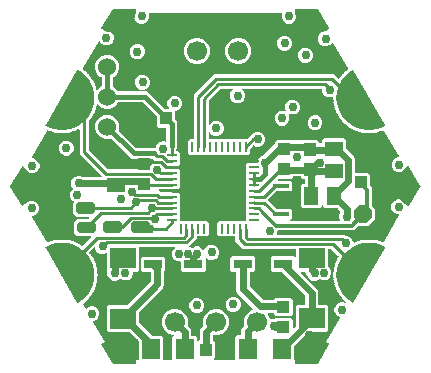
<source format=gbr>
G04 EAGLE Gerber RS-274X export*
G75*
%MOMM*%
%FSLAX34Y34*%
%LPD*%
%INBottom Copper*%
%IPPOS*%
%AMOC8*
5,1,8,0,0,1.08239X$1,22.5*%
G01*
%ADD10R,1.000000X1.100000*%
%ADD11R,1.500000X1.300000*%
%ADD12R,1.300000X1.500000*%
%ADD13R,1.100000X1.000000*%
%ADD14C,1.000000*%
%ADD15C,1.700000*%
%ADD16R,1.399997X0.400000*%
%ADD17R,0.812800X0.254000*%
%ADD18R,0.254000X0.812800*%
%ADD19R,5.384800X5.384800*%
%ADD20P,1.649562X8X22.500000*%
%ADD21C,1.524000*%
%ADD22R,2.200000X1.800000*%
%ADD23R,1.600000X1.803000*%
%ADD24C,0.499997*%
%ADD25R,1.600000X0.800000*%
%ADD26C,0.756400*%
%ADD27C,0.254000*%
%ADD28C,0.609600*%
%ADD29C,0.406400*%
%ADD30C,0.304800*%

G36*
X278630Y195708D02*
X278630Y195708D01*
X278658Y195706D01*
X278726Y195728D01*
X278797Y195742D01*
X278820Y195758D01*
X278847Y195767D01*
X278902Y195814D01*
X278961Y195855D01*
X278976Y195879D01*
X278998Y195897D01*
X279029Y195962D01*
X279068Y196022D01*
X279073Y196050D01*
X279085Y196076D01*
X279094Y196177D01*
X279101Y196219D01*
X279099Y196229D01*
X279100Y196242D01*
X278861Y199243D01*
X280573Y199243D01*
X280579Y199244D01*
X280584Y199243D01*
X280677Y199264D01*
X280770Y199282D01*
X280774Y199285D01*
X280779Y199286D01*
X280857Y199342D01*
X280936Y199395D01*
X280939Y199399D01*
X280943Y199402D01*
X280993Y199484D01*
X281045Y199563D01*
X281046Y199568D01*
X281049Y199573D01*
X281081Y199750D01*
X281081Y215105D01*
X281079Y215113D01*
X281080Y215121D01*
X281059Y215210D01*
X281041Y215302D01*
X281037Y215308D01*
X281035Y215316D01*
X280932Y215464D01*
X273807Y222589D01*
X273800Y222594D01*
X273796Y222600D01*
X273717Y222649D01*
X273640Y222700D01*
X273632Y222702D01*
X273625Y222706D01*
X273448Y222738D01*
X255587Y222738D01*
X254099Y224226D01*
X254099Y244331D01*
X255587Y245819D01*
X271067Y245819D01*
X271075Y245821D01*
X271082Y245819D01*
X271172Y245840D01*
X271263Y245859D01*
X271270Y245863D01*
X271277Y245865D01*
X271425Y245968D01*
X291265Y265807D01*
X291269Y265814D01*
X291276Y265818D01*
X291325Y265897D01*
X291376Y265974D01*
X291377Y265982D01*
X291381Y265989D01*
X291413Y266166D01*
X291413Y273209D01*
X291412Y273214D01*
X291413Y273220D01*
X291393Y273312D01*
X291374Y273406D01*
X291371Y273410D01*
X291370Y273415D01*
X291315Y273493D01*
X291261Y273572D01*
X291257Y273574D01*
X291254Y273579D01*
X291172Y273629D01*
X291093Y273681D01*
X291088Y273682D01*
X291084Y273685D01*
X290906Y273717D01*
X284291Y273717D01*
X282803Y275205D01*
X282803Y285310D01*
X284291Y286798D01*
X302396Y286798D01*
X303884Y285310D01*
X303884Y275205D01*
X302739Y274060D01*
X302735Y274054D01*
X302729Y274049D01*
X302680Y273970D01*
X302629Y273893D01*
X302627Y273885D01*
X302623Y273879D01*
X302591Y273701D01*
X302591Y262529D01*
X301740Y260475D01*
X281329Y240064D01*
X281325Y240058D01*
X281318Y240053D01*
X281269Y239974D01*
X281218Y239897D01*
X281217Y239889D01*
X281213Y239883D01*
X281181Y239705D01*
X281181Y231233D01*
X281182Y231225D01*
X281181Y231217D01*
X281202Y231127D01*
X281220Y231036D01*
X281225Y231030D01*
X281226Y231022D01*
X281329Y230874D01*
X292219Y219984D01*
X292225Y219980D01*
X292230Y219974D01*
X292309Y219925D01*
X292386Y219873D01*
X292394Y219872D01*
X292400Y219868D01*
X292578Y219836D01*
X300674Y219836D01*
X302162Y218347D01*
X302162Y199750D01*
X302163Y199745D01*
X302162Y199740D01*
X302183Y199647D01*
X302202Y199553D01*
X302205Y199549D01*
X302206Y199544D01*
X302261Y199466D01*
X302314Y199388D01*
X302319Y199385D01*
X302322Y199381D01*
X302403Y199330D01*
X302482Y199278D01*
X302488Y199278D01*
X302492Y199275D01*
X302669Y199243D01*
X309013Y199243D01*
X309019Y199244D01*
X309024Y199243D01*
X309117Y199264D01*
X309210Y199282D01*
X309214Y199285D01*
X309219Y199286D01*
X309297Y199342D01*
X309376Y199395D01*
X309379Y199399D01*
X309383Y199402D01*
X309433Y199484D01*
X309485Y199563D01*
X309486Y199568D01*
X309489Y199573D01*
X309521Y199750D01*
X309521Y218347D01*
X310677Y219503D01*
X310678Y219506D01*
X310680Y219507D01*
X310732Y219587D01*
X310788Y219670D01*
X310788Y219673D01*
X310789Y219675D01*
X310807Y219771D01*
X310825Y219867D01*
X310825Y219870D01*
X310825Y219872D01*
X310804Y219969D01*
X310784Y220063D01*
X310782Y220065D01*
X310782Y220068D01*
X310726Y220147D01*
X310669Y220228D01*
X310667Y220229D01*
X310666Y220231D01*
X310582Y220284D01*
X310500Y220335D01*
X310498Y220336D01*
X310495Y220337D01*
X310318Y220369D01*
X309514Y220369D01*
X305456Y222050D01*
X302350Y225156D01*
X300669Y229214D01*
X300669Y233606D01*
X302350Y237664D01*
X305456Y240770D01*
X305714Y240877D01*
X306939Y241384D01*
X308163Y241891D01*
X309388Y242399D01*
X309514Y242451D01*
X313906Y242451D01*
X317964Y240770D01*
X321070Y237664D01*
X322751Y233606D01*
X322751Y229214D01*
X322605Y228862D01*
X322604Y228855D01*
X322600Y228850D01*
X322584Y228757D01*
X322566Y228665D01*
X322568Y228659D01*
X322566Y228652D01*
X322588Y228561D01*
X322607Y228469D01*
X322611Y228463D01*
X322612Y228457D01*
X322715Y228309D01*
X324799Y226224D01*
X325650Y224170D01*
X325650Y220343D01*
X325651Y220338D01*
X325650Y220333D01*
X325671Y220240D01*
X325690Y220147D01*
X325693Y220142D01*
X325694Y220137D01*
X325749Y220059D01*
X325802Y219981D01*
X325807Y219978D01*
X325810Y219974D01*
X325891Y219923D01*
X325970Y219871D01*
X325976Y219871D01*
X325980Y219868D01*
X326157Y219836D01*
X329114Y219836D01*
X330602Y218347D01*
X330602Y215355D01*
X330603Y215352D01*
X330602Y215350D01*
X330622Y215255D01*
X330642Y215158D01*
X330643Y215156D01*
X330644Y215154D01*
X330700Y215073D01*
X330754Y214993D01*
X330757Y214991D01*
X330758Y214989D01*
X330842Y214935D01*
X330922Y214883D01*
X330925Y214883D01*
X330927Y214881D01*
X331024Y214865D01*
X331120Y214848D01*
X331122Y214848D01*
X331125Y214848D01*
X331219Y214870D01*
X331315Y214891D01*
X331318Y214893D01*
X331320Y214893D01*
X331468Y214996D01*
X332381Y215909D01*
X332431Y215920D01*
X332524Y215939D01*
X332528Y215942D01*
X332533Y215943D01*
X332611Y215998D01*
X332690Y216051D01*
X332693Y216056D01*
X332697Y216059D01*
X332747Y216140D01*
X332799Y216219D01*
X332800Y216225D01*
X332803Y216229D01*
X332835Y216406D01*
X332835Y224235D01*
X333685Y226289D01*
X335705Y228309D01*
X335709Y228314D01*
X335714Y228318D01*
X335764Y228397D01*
X335816Y228476D01*
X335817Y228482D01*
X335821Y228488D01*
X335836Y228580D01*
X335854Y228673D01*
X335852Y228679D01*
X335853Y228686D01*
X335815Y228862D01*
X335669Y229214D01*
X335669Y233606D01*
X337350Y237664D01*
X340456Y240770D01*
X340714Y240877D01*
X341939Y241384D01*
X343163Y241891D01*
X344388Y242399D01*
X344514Y242451D01*
X348906Y242451D01*
X352964Y240770D01*
X356070Y237664D01*
X357751Y233606D01*
X357751Y229214D01*
X356070Y225156D01*
X352964Y222050D01*
X352914Y222029D01*
X351690Y221522D01*
X351689Y221522D01*
X350465Y221015D01*
X349240Y220508D01*
X348906Y220369D01*
X344519Y220369D01*
X344514Y220368D01*
X344509Y220369D01*
X344416Y220348D01*
X344323Y220330D01*
X344319Y220327D01*
X344313Y220326D01*
X344236Y220270D01*
X344157Y220217D01*
X344154Y220213D01*
X344150Y220210D01*
X344099Y220128D01*
X344048Y220049D01*
X344047Y220044D01*
X344044Y220039D01*
X344012Y219862D01*
X344012Y216406D01*
X344013Y216401D01*
X344012Y216396D01*
X344033Y216302D01*
X344052Y216210D01*
X344055Y216205D01*
X344056Y216200D01*
X344111Y216123D01*
X344164Y216044D01*
X344169Y216041D01*
X344172Y216037D01*
X344253Y215986D01*
X344332Y215935D01*
X344338Y215934D01*
X344342Y215931D01*
X344466Y215909D01*
X345964Y214411D01*
X345964Y201306D01*
X344767Y200109D01*
X344765Y200106D01*
X344763Y200105D01*
X344711Y200025D01*
X344656Y199942D01*
X344655Y199939D01*
X344654Y199937D01*
X344637Y199841D01*
X344618Y199745D01*
X344619Y199742D01*
X344618Y199740D01*
X344640Y199643D01*
X344660Y199549D01*
X344661Y199547D01*
X344662Y199544D01*
X344718Y199464D01*
X344774Y199384D01*
X344776Y199383D01*
X344778Y199381D01*
X344862Y199328D01*
X344943Y199277D01*
X344946Y199276D01*
X344948Y199275D01*
X345126Y199243D01*
X362685Y199243D01*
X362690Y199244D01*
X362696Y199243D01*
X362789Y199264D01*
X362882Y199282D01*
X362886Y199285D01*
X362891Y199286D01*
X362969Y199342D01*
X363048Y199395D01*
X363050Y199399D01*
X363055Y199402D01*
X363105Y199484D01*
X363157Y199563D01*
X363158Y199568D01*
X363161Y199573D01*
X363193Y199750D01*
X363193Y218570D01*
X364681Y220058D01*
X367637Y220058D01*
X367642Y220059D01*
X367648Y220058D01*
X367741Y220079D01*
X367834Y220098D01*
X367838Y220101D01*
X367843Y220102D01*
X367921Y220157D01*
X368000Y220210D01*
X368002Y220215D01*
X368007Y220218D01*
X368057Y220299D01*
X368109Y220378D01*
X368110Y220383D01*
X368113Y220388D01*
X368145Y220565D01*
X368145Y224545D01*
X368995Y226599D01*
X370705Y228309D01*
X370709Y228314D01*
X370714Y228318D01*
X370764Y228397D01*
X370816Y228476D01*
X370817Y228482D01*
X370821Y228488D01*
X370836Y228581D01*
X370854Y228673D01*
X370852Y228679D01*
X370853Y228686D01*
X370815Y228862D01*
X370669Y229214D01*
X370669Y233606D01*
X372350Y237664D01*
X375456Y240770D01*
X375714Y240877D01*
X376939Y241384D01*
X378095Y241863D01*
X378098Y241865D01*
X378102Y241866D01*
X378182Y241921D01*
X378261Y241975D01*
X378263Y241978D01*
X378267Y241980D01*
X378318Y242062D01*
X378371Y242142D01*
X378372Y242146D01*
X378374Y242149D01*
X378390Y242245D01*
X378408Y242339D01*
X378407Y242343D01*
X378408Y242347D01*
X378386Y242441D01*
X378365Y242535D01*
X378363Y242538D01*
X378362Y242542D01*
X378259Y242690D01*
X364742Y256207D01*
X363891Y258261D01*
X363891Y273260D01*
X363890Y273265D01*
X363891Y273270D01*
X363870Y273363D01*
X363852Y273457D01*
X363849Y273461D01*
X363848Y273466D01*
X363792Y273544D01*
X363739Y273622D01*
X363735Y273625D01*
X363732Y273630D01*
X363650Y273680D01*
X363571Y273732D01*
X363566Y273733D01*
X363561Y273735D01*
X363384Y273767D01*
X360428Y273767D01*
X358939Y275256D01*
X358939Y285360D01*
X360428Y286849D01*
X378532Y286849D01*
X380021Y285360D01*
X380021Y275256D01*
X378532Y273767D01*
X375576Y273767D01*
X375571Y273766D01*
X375566Y273767D01*
X375473Y273746D01*
X375380Y273728D01*
X375375Y273725D01*
X375370Y273724D01*
X375292Y273668D01*
X375214Y273615D01*
X375211Y273611D01*
X375207Y273608D01*
X375156Y273526D01*
X375105Y273447D01*
X375104Y273442D01*
X375101Y273437D01*
X375069Y273260D01*
X375069Y261898D01*
X375070Y261890D01*
X375069Y261883D01*
X375090Y261793D01*
X375108Y261702D01*
X375113Y261695D01*
X375115Y261687D01*
X375217Y261539D01*
X386291Y250466D01*
X386297Y250462D01*
X386302Y250456D01*
X386380Y250407D01*
X386458Y250355D01*
X386465Y250354D01*
X386472Y250350D01*
X386649Y250318D01*
X395663Y250318D01*
X395670Y250319D01*
X395678Y250318D01*
X395768Y250339D01*
X395859Y250357D01*
X395866Y250362D01*
X395873Y250364D01*
X396021Y250466D01*
X396977Y251422D01*
X410082Y251422D01*
X411571Y249934D01*
X411571Y237829D01*
X410082Y236341D01*
X396977Y236341D01*
X395489Y237829D01*
X395489Y238633D01*
X395488Y238638D01*
X395489Y238643D01*
X395468Y238736D01*
X395449Y238830D01*
X395447Y238834D01*
X395445Y238839D01*
X395390Y238917D01*
X395337Y238995D01*
X395332Y238998D01*
X395329Y239002D01*
X395248Y239053D01*
X395169Y239105D01*
X395164Y239105D01*
X395159Y239108D01*
X394982Y239140D01*
X390818Y239140D01*
X390816Y239140D01*
X390813Y239140D01*
X390718Y239120D01*
X390622Y239101D01*
X390620Y239099D01*
X390617Y239099D01*
X390536Y239043D01*
X390456Y238988D01*
X390455Y238986D01*
X390452Y238984D01*
X390399Y238901D01*
X390347Y238820D01*
X390346Y238817D01*
X390345Y238815D01*
X390329Y238719D01*
X390311Y238623D01*
X390312Y238620D01*
X390311Y238618D01*
X390333Y238523D01*
X390355Y238427D01*
X390356Y238425D01*
X390357Y238422D01*
X390460Y238274D01*
X391070Y237664D01*
X392644Y233863D01*
X392647Y233859D01*
X392648Y233854D01*
X392703Y233775D01*
X392756Y233697D01*
X392760Y233694D01*
X392763Y233690D01*
X392844Y233639D01*
X392923Y233587D01*
X392929Y233586D01*
X392933Y233583D01*
X393027Y233568D01*
X393121Y233550D01*
X393126Y233551D01*
X393131Y233551D01*
X393307Y233589D01*
X393757Y233775D01*
X394258Y233983D01*
X396328Y233983D01*
X396336Y233984D01*
X396343Y233983D01*
X396433Y234004D01*
X396524Y234023D01*
X396531Y234027D01*
X396538Y234029D01*
X396686Y234131D01*
X396977Y234422D01*
X410082Y234422D01*
X411571Y232934D01*
X411571Y227028D01*
X411571Y227025D01*
X411571Y227023D01*
X411591Y226928D01*
X411610Y226831D01*
X411612Y226829D01*
X411612Y226827D01*
X411668Y226746D01*
X411723Y226666D01*
X411725Y226664D01*
X411726Y226662D01*
X411810Y226609D01*
X411891Y226556D01*
X411893Y226556D01*
X411896Y226554D01*
X411992Y226538D01*
X412088Y226521D01*
X412091Y226521D01*
X412093Y226521D01*
X412187Y226543D01*
X412284Y226564D01*
X412286Y226566D01*
X412288Y226566D01*
X412436Y226669D01*
X414015Y228248D01*
X414019Y228254D01*
X414026Y228259D01*
X414075Y228337D01*
X414126Y228415D01*
X414127Y228422D01*
X414132Y228429D01*
X414164Y228606D01*
X414164Y244521D01*
X415652Y246010D01*
X421608Y246010D01*
X421613Y246011D01*
X421619Y246010D01*
X421712Y246031D01*
X421805Y246049D01*
X421809Y246052D01*
X421814Y246053D01*
X421892Y246109D01*
X421971Y246162D01*
X421973Y246166D01*
X421978Y246169D01*
X422028Y246251D01*
X422080Y246330D01*
X422081Y246335D01*
X422084Y246340D01*
X422116Y246517D01*
X422116Y253559D01*
X422114Y253567D01*
X422115Y253574D01*
X422094Y253664D01*
X422076Y253755D01*
X422071Y253762D01*
X422070Y253769D01*
X421967Y253917D01*
X402266Y273619D01*
X402259Y273623D01*
X402255Y273630D01*
X402176Y273678D01*
X402099Y273730D01*
X402091Y273731D01*
X402084Y273735D01*
X401907Y273767D01*
X394428Y273767D01*
X392939Y275256D01*
X392939Y285360D01*
X394428Y286849D01*
X412532Y286849D01*
X413298Y286084D01*
X413300Y286082D01*
X413301Y286080D01*
X413381Y286028D01*
X413465Y285973D01*
X413467Y285972D01*
X413469Y285971D01*
X413565Y285953D01*
X413661Y285935D01*
X413664Y285936D01*
X413667Y285935D01*
X413763Y285957D01*
X413858Y285977D01*
X413860Y285978D01*
X413862Y285979D01*
X413942Y286035D01*
X414022Y286091D01*
X414024Y286093D01*
X414026Y286095D01*
X414077Y286178D01*
X414130Y286260D01*
X414130Y286263D01*
X414132Y286265D01*
X414164Y286442D01*
X414164Y293027D01*
X414162Y293032D01*
X414163Y293037D01*
X414143Y293130D01*
X414124Y293224D01*
X414121Y293228D01*
X414120Y293233D01*
X414065Y293311D01*
X414011Y293389D01*
X414007Y293392D01*
X414004Y293397D01*
X413922Y293447D01*
X413843Y293499D01*
X413838Y293500D01*
X413834Y293502D01*
X413656Y293534D01*
X369414Y293534D01*
X362865Y300083D01*
X362865Y303308D01*
X362864Y303313D01*
X362865Y303318D01*
X362844Y303411D01*
X362826Y303504D01*
X362823Y303509D01*
X362822Y303514D01*
X362766Y303592D01*
X362713Y303670D01*
X362709Y303673D01*
X362706Y303677D01*
X362624Y303728D01*
X362545Y303779D01*
X362540Y303780D01*
X362535Y303783D01*
X362358Y303815D01*
X349350Y303815D01*
X347861Y305303D01*
X347861Y315536D01*
X349350Y317024D01*
X371602Y317024D01*
X371607Y317026D01*
X371612Y317025D01*
X371705Y317045D01*
X371799Y317064D01*
X371803Y317067D01*
X371808Y317068D01*
X371886Y317123D01*
X371964Y317177D01*
X371967Y317181D01*
X371971Y317184D01*
X372022Y317266D01*
X372074Y317345D01*
X372074Y317350D01*
X372077Y317354D01*
X372109Y317532D01*
X372109Y364790D01*
X373598Y366278D01*
X381631Y366278D01*
X381636Y366280D01*
X381642Y366279D01*
X381735Y366299D01*
X381828Y366318D01*
X381832Y366321D01*
X381837Y366322D01*
X381915Y366377D01*
X381994Y366431D01*
X381996Y366435D01*
X382001Y366438D01*
X382051Y366520D01*
X382103Y366599D01*
X382104Y366604D01*
X382107Y366608D01*
X382139Y366786D01*
X382139Y367490D01*
X383101Y369814D01*
X384880Y371593D01*
X385253Y371747D01*
X386478Y372255D01*
X386559Y372288D01*
X386566Y372293D01*
X386575Y372295D01*
X386723Y372398D01*
X396575Y382250D01*
X396579Y382256D01*
X396585Y382261D01*
X396634Y382339D01*
X396686Y382416D01*
X396687Y382424D01*
X396691Y382431D01*
X396723Y382608D01*
X396723Y384040D01*
X398212Y385528D01*
X410356Y385528D01*
X410405Y385495D01*
X410413Y385494D01*
X410420Y385490D01*
X410597Y385458D01*
X424966Y385458D01*
X425166Y385375D01*
X425177Y385373D01*
X425186Y385367D01*
X425355Y385338D01*
X425363Y385336D01*
X425364Y385336D01*
X432417Y385385D01*
X433915Y383908D01*
X433919Y383395D01*
X433920Y383392D01*
X433919Y383388D01*
X433940Y383293D01*
X433960Y383199D01*
X433962Y383196D01*
X433963Y383193D01*
X434019Y383113D01*
X434074Y383034D01*
X434077Y383032D01*
X434079Y383029D01*
X434161Y382978D01*
X434243Y382926D01*
X434246Y382925D01*
X434249Y382923D01*
X434426Y382891D01*
X435975Y382891D01*
X435980Y382892D01*
X435985Y382892D01*
X436078Y382912D01*
X436171Y382931D01*
X436175Y382934D01*
X436181Y382935D01*
X436258Y382990D01*
X436337Y383044D01*
X436340Y383048D01*
X436344Y383051D01*
X436395Y383132D01*
X436446Y383212D01*
X436447Y383217D01*
X436450Y383221D01*
X436482Y383399D01*
X436482Y385707D01*
X437970Y387195D01*
X455075Y387195D01*
X456563Y385707D01*
X456563Y378638D01*
X456565Y378630D01*
X456564Y378622D01*
X456585Y378533D01*
X456603Y378441D01*
X456607Y378435D01*
X456609Y378427D01*
X456712Y378279D01*
X463332Y371659D01*
X464183Y369605D01*
X464183Y358225D01*
X464184Y358220D01*
X464183Y358214D01*
X464204Y358121D01*
X464223Y358028D01*
X464226Y358024D01*
X464227Y358019D01*
X464282Y357941D01*
X464336Y357862D01*
X464340Y357860D01*
X464343Y357855D01*
X464424Y357805D01*
X464504Y357753D01*
X464509Y357752D01*
X464513Y357750D01*
X464691Y357718D01*
X475449Y357718D01*
X476937Y356229D01*
X476937Y347301D01*
X476939Y347293D01*
X476937Y347285D01*
X476958Y347196D01*
X476977Y347104D01*
X476981Y347098D01*
X476983Y347090D01*
X477086Y346942D01*
X479017Y345010D01*
X479017Y329877D01*
X479019Y329870D01*
X479018Y329862D01*
X479039Y329772D01*
X479057Y329681D01*
X479061Y329674D01*
X479063Y329667D01*
X479166Y329519D01*
X481693Y326992D01*
X481693Y318575D01*
X475741Y312622D01*
X467330Y312622D01*
X467322Y312621D01*
X467314Y312622D01*
X467224Y312601D01*
X467133Y312583D01*
X467127Y312578D01*
X467119Y312577D01*
X466971Y312474D01*
X465947Y311450D01*
X463418Y308920D01*
X399101Y308920D01*
X399096Y308919D01*
X399091Y308920D01*
X398998Y308900D01*
X398905Y308881D01*
X398900Y308878D01*
X398895Y308877D01*
X398817Y308822D01*
X398739Y308768D01*
X398736Y308764D01*
X398732Y308761D01*
X398681Y308679D01*
X398630Y308600D01*
X398629Y308595D01*
X398626Y308590D01*
X398594Y308413D01*
X398594Y306794D01*
X398259Y305985D01*
X398258Y305981D01*
X398256Y305978D01*
X398239Y305883D01*
X398220Y305788D01*
X398221Y305784D01*
X398220Y305780D01*
X398241Y305686D01*
X398261Y305592D01*
X398263Y305589D01*
X398264Y305585D01*
X398320Y305506D01*
X398374Y305427D01*
X398378Y305424D01*
X398380Y305421D01*
X398462Y305370D01*
X398543Y305318D01*
X398547Y305317D01*
X398550Y305315D01*
X398728Y305283D01*
X451576Y305283D01*
X454943Y305283D01*
X455635Y304591D01*
X455642Y304587D01*
X455646Y304580D01*
X455725Y304531D01*
X455802Y304480D01*
X455810Y304479D01*
X455817Y304475D01*
X455994Y304443D01*
X457975Y304443D01*
X460299Y303480D01*
X462078Y301701D01*
X463040Y299378D01*
X463040Y298995D01*
X463044Y298977D01*
X463041Y298958D01*
X463063Y298879D01*
X463080Y298798D01*
X463090Y298783D01*
X463095Y298765D01*
X463146Y298701D01*
X463192Y298632D01*
X463208Y298622D01*
X463219Y298608D01*
X463291Y298568D01*
X463360Y298523D01*
X463378Y298520D01*
X463395Y298511D01*
X463477Y298502D01*
X463558Y298488D01*
X463576Y298492D01*
X463594Y298490D01*
X463704Y298520D01*
X463753Y298531D01*
X463760Y298536D01*
X463768Y298538D01*
X463852Y298579D01*
X463909Y298621D01*
X463970Y298657D01*
X463990Y298683D01*
X464012Y298700D01*
X464038Y298744D01*
X464081Y298799D01*
X464124Y298880D01*
X465073Y299173D01*
X465103Y299190D01*
X465144Y299201D01*
X466039Y299632D01*
X466126Y299602D01*
X466196Y299592D01*
X466264Y299574D01*
X466296Y299578D01*
X466324Y299575D01*
X466374Y299588D01*
X466443Y299596D01*
X468069Y300099D01*
X468131Y300132D01*
X468197Y300158D01*
X468221Y300181D01*
X468246Y300194D01*
X468278Y300235D01*
X468328Y300282D01*
X468383Y300356D01*
X469365Y300505D01*
X469398Y300517D01*
X469439Y300522D01*
X470388Y300815D01*
X470470Y300772D01*
X470537Y300752D01*
X470602Y300724D01*
X470635Y300723D01*
X470662Y300715D01*
X470713Y300721D01*
X470782Y300719D01*
X472466Y300973D01*
X472532Y300997D01*
X472601Y301013D01*
X472628Y301032D01*
X472654Y301042D01*
X472692Y301077D01*
X472749Y301116D01*
X472814Y301181D01*
X473808Y301181D01*
X473842Y301188D01*
X473883Y301187D01*
X474866Y301336D01*
X474940Y301281D01*
X475004Y301251D01*
X475064Y301214D01*
X475096Y301208D01*
X475121Y301196D01*
X475173Y301194D01*
X475241Y301182D01*
X476944Y301182D01*
X477013Y301196D01*
X477083Y301202D01*
X477113Y301217D01*
X477140Y301222D01*
X477183Y301251D01*
X477245Y301282D01*
X477319Y301336D01*
X478301Y301189D01*
X478336Y301190D01*
X478377Y301183D01*
X479371Y301183D01*
X479436Y301118D01*
X479495Y301079D01*
X479548Y301033D01*
X479579Y301023D01*
X479603Y301007D01*
X479653Y300998D01*
X479719Y300975D01*
X481403Y300722D01*
X481473Y300726D01*
X481544Y300721D01*
X481575Y300731D01*
X481603Y300732D01*
X481649Y300754D01*
X481715Y300775D01*
X481797Y300818D01*
X482746Y300526D01*
X482781Y300522D01*
X482820Y300509D01*
X483803Y300361D01*
X483857Y300287D01*
X483910Y300240D01*
X483956Y300187D01*
X483985Y300172D01*
X484006Y300153D01*
X484055Y300135D01*
X484116Y300104D01*
X485743Y299602D01*
X485813Y299595D01*
X485882Y299580D01*
X485915Y299585D01*
X485943Y299582D01*
X485992Y299598D01*
X486060Y299608D01*
X486147Y299639D01*
X487042Y299208D01*
X487055Y299205D01*
X487058Y299203D01*
X487073Y299200D01*
X487076Y299199D01*
X487113Y299180D01*
X488111Y298873D01*
X488160Y298868D01*
X488207Y298853D01*
X488259Y298858D01*
X488310Y298853D01*
X488358Y298867D01*
X488407Y298872D01*
X488452Y298896D01*
X488502Y298912D01*
X488540Y298943D01*
X488583Y298966D01*
X488621Y299011D01*
X488656Y299040D01*
X488672Y299072D01*
X488700Y299104D01*
X501757Y321721D01*
X501769Y321757D01*
X501790Y321788D01*
X501801Y321851D01*
X501821Y321911D01*
X501819Y321949D01*
X501825Y321985D01*
X501811Y322048D01*
X501807Y322111D01*
X501790Y322144D01*
X501782Y322181D01*
X501745Y322233D01*
X501716Y322290D01*
X501687Y322314D01*
X501666Y322344D01*
X501611Y322378D01*
X501563Y322419D01*
X501527Y322431D01*
X501495Y322450D01*
X501423Y322463D01*
X501372Y322479D01*
X501347Y322477D01*
X501318Y322482D01*
X500226Y322482D01*
X497902Y323445D01*
X496123Y325223D01*
X495161Y327547D01*
X495161Y330063D01*
X496123Y332387D01*
X497902Y334165D01*
X498012Y334211D01*
X498013Y334211D01*
X499237Y334718D01*
X500226Y335128D01*
X502741Y335128D01*
X503655Y334749D01*
X504768Y333268D01*
X504793Y333245D01*
X504821Y333208D01*
X507033Y331084D01*
X507061Y331066D01*
X507095Y331033D01*
X509618Y329291D01*
X509645Y329280D01*
X509667Y329261D01*
X509736Y329241D01*
X509801Y329213D01*
X509830Y329213D01*
X509858Y329205D01*
X509929Y329213D01*
X510000Y329213D01*
X510027Y329224D01*
X510056Y329227D01*
X510118Y329262D01*
X510183Y329290D01*
X510204Y329310D01*
X510229Y329325D01*
X510292Y329402D01*
X510322Y329432D01*
X510326Y329442D01*
X510335Y329453D01*
X519835Y345953D01*
X519845Y345985D01*
X519854Y345998D01*
X519858Y346022D01*
X519859Y346026D01*
X519890Y346096D01*
X519890Y346120D01*
X519898Y346142D01*
X519892Y346218D01*
X519893Y346295D01*
X519883Y346319D01*
X519882Y346340D01*
X519861Y346379D01*
X519835Y346451D01*
X510335Y362951D01*
X510316Y362973D01*
X510303Y362999D01*
X510250Y363047D01*
X510203Y363100D01*
X510177Y363113D01*
X510156Y363132D01*
X510088Y363155D01*
X510024Y363186D01*
X509995Y363188D01*
X509968Y363197D01*
X509896Y363192D01*
X509825Y363195D01*
X509798Y363185D01*
X509769Y363183D01*
X509679Y363141D01*
X509639Y363126D01*
X509631Y363119D01*
X509618Y363113D01*
X507095Y361371D01*
X507071Y361347D01*
X507033Y361320D01*
X504821Y359196D01*
X504802Y359168D01*
X504768Y359136D01*
X504552Y358848D01*
X503662Y358480D01*
X502908Y358167D01*
X500392Y358167D01*
X498068Y359130D01*
X496290Y360908D01*
X495327Y363232D01*
X495327Y365748D01*
X496290Y368072D01*
X498068Y369850D01*
X498975Y370226D01*
X500199Y370733D01*
X500200Y370733D01*
X500392Y370813D01*
X500804Y370813D01*
X500840Y370820D01*
X500878Y370818D01*
X500938Y370840D01*
X501000Y370852D01*
X501031Y370873D01*
X501066Y370886D01*
X501113Y370929D01*
X501166Y370965D01*
X501186Y370996D01*
X501214Y371022D01*
X501241Y371080D01*
X501275Y371133D01*
X501282Y371170D01*
X501297Y371204D01*
X501300Y371268D01*
X501311Y371330D01*
X501303Y371367D01*
X501304Y371404D01*
X501279Y371474D01*
X501267Y371526D01*
X501253Y371546D01*
X501243Y371574D01*
X488700Y393300D01*
X488667Y393337D01*
X488643Y393380D01*
X488601Y393411D01*
X488567Y393450D01*
X488523Y393472D01*
X488484Y393502D01*
X488433Y393515D01*
X488387Y393538D01*
X488338Y393540D01*
X488290Y393553D01*
X488232Y393546D01*
X488186Y393548D01*
X488153Y393536D01*
X488111Y393531D01*
X487113Y393224D01*
X487082Y393207D01*
X487042Y393196D01*
X486147Y392765D01*
X486060Y392796D01*
X485990Y392805D01*
X485922Y392823D01*
X485890Y392819D01*
X485862Y392823D01*
X485812Y392810D01*
X485743Y392802D01*
X484116Y392300D01*
X484054Y392267D01*
X483988Y392240D01*
X483965Y392218D01*
X483940Y392205D01*
X483908Y392164D01*
X483857Y392117D01*
X483803Y392043D01*
X482820Y391895D01*
X482787Y391883D01*
X482746Y391878D01*
X481797Y391586D01*
X481715Y391629D01*
X481648Y391649D01*
X481583Y391677D01*
X481550Y391678D01*
X481523Y391686D01*
X481472Y391680D01*
X481403Y391682D01*
X479719Y391429D01*
X479653Y391405D01*
X479584Y391389D01*
X479557Y391370D01*
X479531Y391360D01*
X479493Y391325D01*
X479436Y391286D01*
X479371Y391221D01*
X478377Y391221D01*
X478343Y391214D01*
X478301Y391215D01*
X477319Y391068D01*
X477245Y391122D01*
X477181Y391152D01*
X477121Y391189D01*
X477089Y391195D01*
X477063Y391207D01*
X477012Y391209D01*
X476944Y391222D01*
X475241Y391222D01*
X475172Y391208D01*
X475102Y391203D01*
X475072Y391188D01*
X475045Y391183D01*
X475002Y391154D01*
X474940Y391123D01*
X474866Y391068D01*
X473883Y391217D01*
X473848Y391215D01*
X473808Y391223D01*
X472814Y391223D01*
X472749Y391288D01*
X472690Y391327D01*
X472637Y391373D01*
X472605Y391383D01*
X472582Y391399D01*
X472531Y391409D01*
X472466Y391431D01*
X470782Y391685D01*
X470712Y391682D01*
X470641Y391687D01*
X470610Y391677D01*
X470582Y391675D01*
X470536Y391653D01*
X470470Y391632D01*
X470388Y391589D01*
X469439Y391882D01*
X469404Y391886D01*
X469365Y391899D01*
X468383Y392048D01*
X468328Y392122D01*
X468276Y392169D01*
X468229Y392223D01*
X468200Y392238D01*
X468180Y392256D01*
X468131Y392274D01*
X468069Y392305D01*
X466443Y392808D01*
X466372Y392815D01*
X466303Y392830D01*
X466271Y392825D01*
X466243Y392828D01*
X466194Y392813D01*
X466126Y392802D01*
X466039Y392772D01*
X465144Y393203D01*
X465110Y393212D01*
X465073Y393231D01*
X464124Y393524D01*
X464081Y393605D01*
X464036Y393660D01*
X463998Y393720D01*
X463972Y393739D01*
X463954Y393761D01*
X463908Y393785D01*
X463852Y393825D01*
X462319Y394565D01*
X462250Y394582D01*
X462184Y394608D01*
X462152Y394607D01*
X462124Y394614D01*
X462073Y394607D01*
X462004Y394606D01*
X461914Y394589D01*
X461093Y395149D01*
X461061Y395162D01*
X461027Y395187D01*
X460132Y395618D01*
X460102Y395705D01*
X460066Y395766D01*
X460037Y395830D01*
X460014Y395853D01*
X460000Y395878D01*
X459966Y395903D01*
X459955Y395918D01*
X459937Y395929D01*
X459909Y395957D01*
X458502Y396916D01*
X458437Y396944D01*
X458376Y396979D01*
X458344Y396984D01*
X458318Y396994D01*
X458266Y396995D01*
X458198Y397004D01*
X458106Y397001D01*
X457378Y397677D01*
X457348Y397695D01*
X457318Y397724D01*
X456498Y398284D01*
X456480Y398375D01*
X456454Y398440D01*
X456435Y398508D01*
X456416Y398534D01*
X456405Y398560D01*
X456369Y398597D01*
X456327Y398652D01*
X455079Y399811D01*
X455019Y399848D01*
X454964Y399891D01*
X454932Y399901D01*
X454908Y399915D01*
X454857Y399923D01*
X454791Y399943D01*
X454700Y399953D01*
X454081Y400730D01*
X454054Y400753D01*
X454029Y400786D01*
X453301Y401462D01*
X453297Y401554D01*
X453281Y401623D01*
X453273Y401693D01*
X453257Y401722D01*
X453251Y401749D01*
X453220Y401791D01*
X453187Y401851D01*
X452126Y403183D01*
X452072Y403228D01*
X452024Y403280D01*
X451994Y403294D01*
X451973Y403312D01*
X451923Y403327D01*
X451861Y403357D01*
X451772Y403381D01*
X451275Y404241D01*
X451252Y404267D01*
X451233Y404304D01*
X450613Y405081D01*
X450624Y405172D01*
X450622Y405195D01*
X450622Y405197D01*
X450621Y405199D01*
X450618Y405243D01*
X450620Y405313D01*
X450609Y405344D01*
X450606Y405372D01*
X450582Y405418D01*
X450559Y405483D01*
X449708Y406958D01*
X449661Y407011D01*
X449621Y407069D01*
X449594Y407087D01*
X449576Y407108D01*
X449529Y407131D01*
X449472Y407169D01*
X449387Y407206D01*
X449025Y408131D01*
X449006Y408160D01*
X448992Y408199D01*
X448495Y409060D01*
X448519Y409149D01*
X448524Y409219D01*
X448536Y409289D01*
X448530Y409321D01*
X448532Y409349D01*
X448515Y409398D01*
X448501Y409465D01*
X447880Y411051D01*
X447842Y411110D01*
X447811Y411173D01*
X447787Y411195D01*
X447771Y411219D01*
X447729Y411248D01*
X447678Y411295D01*
X447600Y411344D01*
X447379Y412313D01*
X447365Y412344D01*
X447357Y412385D01*
X446994Y413310D01*
X447031Y413394D01*
X447046Y413463D01*
X447069Y413530D01*
X447067Y413563D01*
X447073Y413590D01*
X447064Y413641D01*
X447061Y413710D01*
X446682Y415370D01*
X446653Y415435D01*
X446632Y415502D01*
X446611Y415527D01*
X446600Y415553D01*
X446562Y415588D01*
X446519Y415642D01*
X446449Y415702D01*
X446375Y416693D01*
X446366Y416726D01*
X446364Y416768D01*
X446143Y417737D01*
X446192Y417814D01*
X446217Y417880D01*
X446250Y417943D01*
X446253Y417976D01*
X446263Y418002D01*
X446261Y418053D01*
X446268Y418122D01*
X446142Y419820D01*
X446122Y419888D01*
X446112Y419958D01*
X446095Y419986D01*
X446087Y420013D01*
X446055Y420053D01*
X446020Y420113D01*
X445960Y420183D01*
X446035Y421174D01*
X446031Y421208D01*
X446035Y421249D01*
X445996Y421770D01*
X445973Y421852D01*
X445955Y421936D01*
X445946Y421948D01*
X445942Y421963D01*
X445889Y422030D01*
X445840Y422100D01*
X445827Y422108D01*
X445817Y422120D01*
X445742Y422161D01*
X445670Y422207D01*
X445655Y422209D01*
X445642Y422216D01*
X445557Y422225D01*
X445472Y422239D01*
X445456Y422236D01*
X445442Y422237D01*
X445389Y422221D01*
X445296Y422201D01*
X444536Y421886D01*
X444535Y421886D01*
X444170Y421735D01*
X441655Y421735D01*
X439331Y422697D01*
X437552Y424476D01*
X436590Y426800D01*
X436590Y428276D01*
X436589Y428281D01*
X436590Y428286D01*
X436569Y428379D01*
X436550Y428472D01*
X436547Y428477D01*
X436546Y428482D01*
X436491Y428559D01*
X436438Y428638D01*
X436433Y428641D01*
X436430Y428645D01*
X436349Y428696D01*
X436269Y428747D01*
X436264Y428748D01*
X436260Y428751D01*
X436083Y428783D01*
X369284Y428783D01*
X369282Y428782D01*
X369279Y428783D01*
X369184Y428763D01*
X369088Y428743D01*
X369085Y428742D01*
X369083Y428741D01*
X369002Y428685D01*
X368922Y428631D01*
X368920Y428629D01*
X368918Y428627D01*
X368865Y428543D01*
X368813Y428463D01*
X368812Y428460D01*
X368811Y428458D01*
X368794Y428362D01*
X368777Y428265D01*
X368778Y428263D01*
X368777Y428260D01*
X368799Y428166D01*
X368821Y428070D01*
X368822Y428068D01*
X368823Y428065D01*
X368925Y427917D01*
X370331Y426511D01*
X371294Y424187D01*
X371294Y421672D01*
X370331Y419348D01*
X368553Y417570D01*
X367952Y417321D01*
X366727Y416813D01*
X366229Y416607D01*
X363713Y416607D01*
X361390Y417570D01*
X359611Y419348D01*
X358648Y421672D01*
X358648Y424187D01*
X359611Y426511D01*
X361017Y427917D01*
X361018Y427919D01*
X361020Y427921D01*
X361072Y428001D01*
X361128Y428084D01*
X361128Y428087D01*
X361130Y428089D01*
X361147Y428185D01*
X361165Y428281D01*
X361165Y428283D01*
X361165Y428286D01*
X361144Y428382D01*
X361124Y428477D01*
X361122Y428479D01*
X361122Y428482D01*
X361065Y428561D01*
X361009Y428642D01*
X361007Y428643D01*
X361006Y428645D01*
X360922Y428697D01*
X360840Y428749D01*
X360838Y428750D01*
X360835Y428751D01*
X360658Y428783D01*
X350562Y428783D01*
X350555Y428781D01*
X350547Y428783D01*
X350457Y428762D01*
X350366Y428743D01*
X350359Y428739D01*
X350352Y428737D01*
X350204Y428634D01*
X340627Y419058D01*
X340623Y419052D01*
X340617Y419047D01*
X340568Y418968D01*
X340516Y418891D01*
X340515Y418883D01*
X340511Y418877D01*
X340479Y418699D01*
X340479Y399050D01*
X340479Y399049D01*
X340479Y399048D01*
X340498Y398952D01*
X340518Y398854D01*
X340519Y398853D01*
X340519Y398851D01*
X340573Y398773D01*
X340631Y398688D01*
X340632Y398687D01*
X340633Y398686D01*
X340717Y398632D01*
X340799Y398579D01*
X340800Y398578D01*
X340802Y398578D01*
X340901Y398560D01*
X340996Y398543D01*
X340998Y398543D01*
X340999Y398543D01*
X341095Y398565D01*
X341192Y398587D01*
X341193Y398587D01*
X341194Y398588D01*
X341275Y398645D01*
X341355Y398703D01*
X341356Y398704D01*
X341357Y398705D01*
X341455Y398856D01*
X341490Y398942D01*
X343269Y400720D01*
X344349Y401168D01*
X345574Y401675D01*
X345592Y401683D01*
X348108Y401683D01*
X350432Y400720D01*
X352210Y398942D01*
X353173Y396618D01*
X353173Y394102D01*
X352210Y391778D01*
X350432Y390000D01*
X350261Y389929D01*
X349036Y389422D01*
X348108Y389037D01*
X345592Y389037D01*
X343269Y390000D01*
X341490Y391778D01*
X341455Y391864D01*
X341454Y391865D01*
X341454Y391866D01*
X341397Y391950D01*
X341343Y392030D01*
X341342Y392031D01*
X341341Y392032D01*
X341259Y392085D01*
X341175Y392140D01*
X341174Y392141D01*
X341173Y392141D01*
X341076Y392159D01*
X340978Y392177D01*
X340977Y392177D01*
X340976Y392177D01*
X340877Y392155D01*
X340782Y392134D01*
X340781Y392134D01*
X340780Y392133D01*
X340698Y392075D01*
X340618Y392019D01*
X340618Y392018D01*
X340617Y392017D01*
X340564Y391933D01*
X340512Y391850D01*
X340511Y391848D01*
X340511Y391847D01*
X340479Y391670D01*
X340479Y386620D01*
X340480Y386615D01*
X340479Y386609D01*
X340500Y386516D01*
X340518Y386423D01*
X340521Y386419D01*
X340522Y386414D01*
X340578Y386336D01*
X340631Y386257D01*
X340635Y386255D01*
X340638Y386250D01*
X340720Y386200D01*
X340799Y386148D01*
X340804Y386147D01*
X340809Y386144D01*
X340986Y386112D01*
X372682Y386112D01*
X372690Y386114D01*
X372698Y386113D01*
X372788Y386134D01*
X372879Y386152D01*
X372885Y386157D01*
X372893Y386158D01*
X373041Y386261D01*
X374436Y387656D01*
X376817Y390037D01*
X376899Y390037D01*
X376906Y390038D01*
X376914Y390037D01*
X377004Y390058D01*
X377095Y390076D01*
X377102Y390081D01*
X377109Y390083D01*
X377257Y390185D01*
X378658Y391586D01*
X379747Y392037D01*
X379748Y392037D01*
X380972Y392545D01*
X380982Y392549D01*
X383497Y392549D01*
X385821Y391586D01*
X387600Y389808D01*
X388562Y387484D01*
X388562Y384968D01*
X387600Y382644D01*
X385821Y380866D01*
X385659Y380799D01*
X384434Y380291D01*
X383497Y379903D01*
X380982Y379903D01*
X378806Y380805D01*
X378803Y380805D01*
X378801Y380806D01*
X378798Y380807D01*
X378794Y380809D01*
X378701Y380825D01*
X378609Y380843D01*
X378603Y380842D01*
X378596Y380843D01*
X378505Y380822D01*
X378413Y380803D01*
X378408Y380799D01*
X378401Y380797D01*
X378253Y380695D01*
X375636Y378078D01*
X375632Y378071D01*
X375626Y378067D01*
X375577Y377988D01*
X375525Y377911D01*
X375524Y377903D01*
X375520Y377897D01*
X375488Y377719D01*
X375488Y374391D01*
X373999Y372903D01*
X324344Y372903D01*
X322855Y374391D01*
X322855Y384624D01*
X324344Y386112D01*
X327349Y386112D01*
X327354Y386114D01*
X327359Y386113D01*
X327452Y386133D01*
X327546Y386152D01*
X327550Y386155D01*
X327555Y386156D01*
X327633Y386211D01*
X327711Y386265D01*
X327714Y386269D01*
X327718Y386272D01*
X327769Y386354D01*
X327821Y386433D01*
X327821Y386438D01*
X327824Y386442D01*
X327856Y386620D01*
X327856Y423733D01*
X345290Y441167D01*
X446470Y441167D01*
X450078Y437559D01*
X450106Y437540D01*
X450128Y437515D01*
X450189Y437486D01*
X450245Y437448D01*
X450278Y437442D01*
X450308Y437427D01*
X450376Y437423D01*
X450442Y437411D01*
X450475Y437418D01*
X450508Y437416D01*
X450572Y437438D01*
X450638Y437452D01*
X450665Y437472D01*
X450697Y437483D01*
X450757Y437535D01*
X450802Y437567D01*
X450814Y437585D01*
X450833Y437602D01*
X451243Y438116D01*
X451259Y438147D01*
X451286Y438179D01*
X451783Y439039D01*
X451872Y439063D01*
X451935Y439094D01*
X452002Y439118D01*
X452027Y439139D01*
X452052Y439152D01*
X452085Y439191D01*
X452138Y439236D01*
X453200Y440567D01*
X453232Y440630D01*
X453271Y440689D01*
X453278Y440721D01*
X453291Y440746D01*
X453295Y440797D01*
X453310Y440865D01*
X453313Y440956D01*
X454042Y441632D01*
X454062Y441660D01*
X454094Y441688D01*
X454713Y442464D01*
X454805Y442475D01*
X454872Y442496D01*
X454941Y442510D01*
X454969Y442527D01*
X454996Y442536D01*
X455035Y442569D01*
X455093Y442607D01*
X456342Y443764D01*
X456383Y443822D01*
X456431Y443874D01*
X456442Y443904D01*
X456459Y443927D01*
X456470Y443977D01*
X456495Y444042D01*
X456512Y444132D01*
X457333Y444692D01*
X457358Y444717D01*
X457393Y444739D01*
X458144Y445436D01*
X458173Y445476D01*
X458210Y445509D01*
X458231Y445557D01*
X458261Y445599D01*
X458273Y445647D01*
X458293Y445692D01*
X458295Y445743D01*
X458306Y445794D01*
X458298Y445843D01*
X458300Y445892D01*
X458280Y445946D01*
X458272Y445991D01*
X458253Y446021D01*
X458239Y446062D01*
X445725Y467737D01*
X445678Y467789D01*
X445639Y467847D01*
X445613Y467864D01*
X445592Y467887D01*
X445529Y467918D01*
X445470Y467956D01*
X445440Y467961D01*
X445412Y467974D01*
X445342Y467978D01*
X445273Y467990D01*
X445242Y467983D01*
X445212Y467985D01*
X445146Y467961D01*
X445077Y467946D01*
X445052Y467928D01*
X445023Y467917D01*
X444971Y467870D01*
X444914Y467829D01*
X444896Y467801D01*
X444875Y467782D01*
X444854Y467735D01*
X444817Y467677D01*
X444780Y467588D01*
X443002Y465810D01*
X442276Y465509D01*
X441052Y465002D01*
X441051Y465002D01*
X440678Y464847D01*
X438162Y464847D01*
X435838Y465810D01*
X434060Y467588D01*
X433097Y469912D01*
X433097Y472428D01*
X434060Y474752D01*
X435838Y476530D01*
X436364Y476748D01*
X436365Y476748D01*
X437589Y477255D01*
X438044Y477444D01*
X438214Y477493D01*
X439214Y477493D01*
X439250Y477500D01*
X439288Y477498D01*
X439348Y477520D01*
X439410Y477532D01*
X439441Y477553D01*
X439476Y477566D01*
X439523Y477609D01*
X439576Y477645D01*
X439596Y477676D01*
X439624Y477702D01*
X439651Y477760D01*
X439685Y477813D01*
X439692Y477850D01*
X439708Y477884D01*
X439709Y477931D01*
X439750Y477942D01*
X442516Y479251D01*
X442538Y479268D01*
X442565Y479278D01*
X442617Y479327D01*
X442675Y479370D01*
X442689Y479395D01*
X442710Y479414D01*
X442739Y479480D01*
X442775Y479542D01*
X442778Y479570D01*
X442790Y479596D01*
X442791Y479668D01*
X442800Y479739D01*
X442792Y479766D01*
X442793Y479795D01*
X442757Y479890D01*
X442746Y479930D01*
X442739Y479939D01*
X442735Y479951D01*
X433235Y496451D01*
X433183Y496510D01*
X433137Y496572D01*
X433118Y496583D01*
X433103Y496600D01*
X433033Y496634D01*
X432966Y496674D01*
X432942Y496678D01*
X432924Y496686D01*
X432879Y496688D01*
X432802Y496701D01*
X413802Y496701D01*
X413774Y496696D01*
X413746Y496698D01*
X413678Y496676D01*
X413607Y496662D01*
X413584Y496646D01*
X413557Y496637D01*
X413502Y496590D01*
X413443Y496549D01*
X413428Y496525D01*
X413407Y496507D01*
X413375Y496442D01*
X413336Y496382D01*
X413331Y496354D01*
X413319Y496328D01*
X413310Y496227D01*
X413303Y496185D01*
X413305Y496175D01*
X413304Y496162D01*
X413547Y493112D01*
X413556Y493080D01*
X413560Y493033D01*
X414288Y490061D01*
X414303Y490030D01*
X414314Y489985D01*
X414800Y488840D01*
X413890Y486643D01*
X412111Y484864D01*
X411920Y484785D01*
X410695Y484278D01*
X409787Y483901D01*
X407272Y483901D01*
X404948Y484864D01*
X403169Y486643D01*
X402207Y488967D01*
X402207Y491482D01*
X402612Y492460D01*
X402613Y492464D01*
X402615Y492467D01*
X402632Y492562D01*
X402651Y492657D01*
X402650Y492660D01*
X402650Y492664D01*
X402629Y492758D01*
X402610Y492853D01*
X402608Y492856D01*
X402607Y492860D01*
X402551Y492938D01*
X402496Y493018D01*
X402493Y493020D01*
X402491Y493023D01*
X402409Y493074D01*
X402328Y493127D01*
X402324Y493127D01*
X402321Y493129D01*
X402143Y493161D01*
X290261Y493161D01*
X290257Y493160D01*
X290253Y493161D01*
X290159Y493141D01*
X290064Y493122D01*
X290061Y493119D01*
X290057Y493119D01*
X289978Y493063D01*
X289898Y493009D01*
X289896Y493006D01*
X289893Y493003D01*
X289841Y492921D01*
X289789Y492841D01*
X289789Y492837D01*
X289786Y492834D01*
X289771Y492738D01*
X289754Y492644D01*
X289754Y492640D01*
X289754Y492636D01*
X289792Y492460D01*
X290197Y491482D01*
X290197Y488966D01*
X289235Y486643D01*
X287456Y484864D01*
X287265Y484785D01*
X286040Y484278D01*
X285132Y483901D01*
X282617Y483901D01*
X280293Y484864D01*
X278514Y486643D01*
X277604Y488840D01*
X278090Y489985D01*
X278097Y490018D01*
X278116Y490061D01*
X278844Y493033D01*
X278846Y493067D01*
X278857Y493112D01*
X279100Y496162D01*
X279096Y496191D01*
X279101Y496219D01*
X279084Y496288D01*
X279076Y496360D01*
X279062Y496384D01*
X279055Y496412D01*
X279012Y496470D01*
X278977Y496532D01*
X278954Y496549D01*
X278937Y496572D01*
X278875Y496609D01*
X278818Y496652D01*
X278790Y496659D01*
X278766Y496674D01*
X278666Y496690D01*
X278625Y496701D01*
X278615Y496699D01*
X278602Y496701D01*
X259602Y496701D01*
X259526Y496686D01*
X259448Y496677D01*
X259429Y496666D01*
X259407Y496662D01*
X259343Y496618D01*
X259275Y496579D01*
X259259Y496560D01*
X259243Y496549D01*
X259219Y496511D01*
X259169Y496451D01*
X249669Y479951D01*
X249660Y479924D01*
X249644Y479900D01*
X249629Y479830D01*
X249606Y479762D01*
X249609Y479734D01*
X249603Y479706D01*
X249617Y479636D01*
X249622Y479564D01*
X249635Y479539D01*
X249641Y479511D01*
X249681Y479451D01*
X249714Y479388D01*
X249736Y479370D01*
X249752Y479346D01*
X249835Y479288D01*
X249867Y479261D01*
X249878Y479258D01*
X249889Y479251D01*
X252655Y477942D01*
X252688Y477934D01*
X252730Y477914D01*
X255670Y477066D01*
X255704Y477063D01*
X255748Y477050D01*
X258026Y476776D01*
X259298Y475504D01*
X260261Y473180D01*
X260261Y470665D01*
X259298Y468341D01*
X257519Y466563D01*
X257426Y466524D01*
X256201Y466017D01*
X255196Y465600D01*
X252680Y465600D01*
X250356Y466563D01*
X248578Y468341D01*
X248324Y468954D01*
X248285Y469012D01*
X248253Y469074D01*
X248229Y469094D01*
X248212Y469120D01*
X248154Y469159D01*
X248100Y469204D01*
X248071Y469213D01*
X248045Y469230D01*
X247976Y469243D01*
X247909Y469264D01*
X247878Y469261D01*
X247848Y469267D01*
X247779Y469252D01*
X247709Y469245D01*
X247682Y469231D01*
X247652Y469224D01*
X247594Y469184D01*
X247532Y469151D01*
X247511Y469125D01*
X247488Y469109D01*
X247460Y469066D01*
X247416Y469013D01*
X234165Y446062D01*
X234150Y446015D01*
X234125Y445972D01*
X234118Y445921D01*
X234101Y445872D01*
X234105Y445822D01*
X234099Y445773D01*
X234112Y445723D01*
X234116Y445672D01*
X234138Y445628D01*
X234151Y445580D01*
X234186Y445534D01*
X234207Y445493D01*
X234234Y445470D01*
X234260Y445436D01*
X235011Y444739D01*
X235041Y444721D01*
X235071Y444692D01*
X235892Y444132D01*
X235909Y444042D01*
X235935Y443977D01*
X235954Y443908D01*
X235974Y443882D01*
X235984Y443856D01*
X236021Y443820D01*
X236062Y443764D01*
X237311Y442607D01*
X237371Y442570D01*
X237427Y442526D01*
X237458Y442517D01*
X237482Y442502D01*
X237533Y442494D01*
X237599Y442475D01*
X237691Y442464D01*
X238310Y441688D01*
X238337Y441665D01*
X238362Y441632D01*
X239091Y440956D01*
X239094Y440865D01*
X239111Y440796D01*
X239119Y440726D01*
X239134Y440697D01*
X239141Y440670D01*
X239172Y440628D01*
X239204Y440567D01*
X240267Y439236D01*
X240321Y439191D01*
X240369Y439140D01*
X240399Y439126D01*
X240420Y439108D01*
X240469Y439092D01*
X240532Y439063D01*
X240621Y439039D01*
X241118Y438179D01*
X241141Y438153D01*
X241161Y438116D01*
X241780Y437339D01*
X241770Y437248D01*
X241776Y437178D01*
X241774Y437107D01*
X241785Y437076D01*
X241787Y437048D01*
X241811Y437003D01*
X241835Y436938D01*
X242687Y435463D01*
X242733Y435410D01*
X242773Y435352D01*
X242801Y435334D01*
X242819Y435313D01*
X242866Y435291D01*
X242923Y435252D01*
X243008Y435215D01*
X243371Y434290D01*
X243390Y434261D01*
X243404Y434222D01*
X243901Y433362D01*
X243877Y433273D01*
X243873Y433203D01*
X243860Y433133D01*
X243866Y433101D01*
X243865Y433073D01*
X243882Y433024D01*
X243895Y432956D01*
X244518Y431372D01*
X244522Y431365D01*
X244524Y431357D01*
X244556Y431311D01*
X244587Y431249D01*
X244611Y431227D01*
X244626Y431203D01*
X244639Y431194D01*
X244640Y431194D01*
X244643Y431192D01*
X244669Y431174D01*
X244720Y431127D01*
X244798Y431079D01*
X245019Y430110D01*
X245034Y430078D01*
X245042Y430038D01*
X245405Y429113D01*
X245368Y429028D01*
X245353Y428959D01*
X245330Y428892D01*
X245332Y428860D01*
X245326Y428832D01*
X245335Y428782D01*
X245339Y428713D01*
X245421Y428352D01*
X245440Y428309D01*
X245450Y428263D01*
X245481Y428219D01*
X245504Y428169D01*
X245538Y428137D01*
X245564Y428099D01*
X245610Y428069D01*
X245650Y428032D01*
X245694Y428016D01*
X245734Y427991D01*
X245787Y427982D01*
X245839Y427963D01*
X245885Y427965D01*
X245931Y427958D01*
X245984Y427970D01*
X246039Y427973D01*
X246081Y427993D01*
X246126Y428003D01*
X246177Y428038D01*
X246220Y428059D01*
X246242Y428083D01*
X246274Y428106D01*
X248879Y430711D01*
X249705Y431053D01*
X249710Y431057D01*
X249717Y431058D01*
X249793Y431112D01*
X249871Y431165D01*
X249875Y431170D01*
X249880Y431174D01*
X249930Y431254D01*
X249981Y431332D01*
X249982Y431339D01*
X249986Y431344D01*
X250018Y431522D01*
X250018Y438054D01*
X250017Y438061D01*
X250018Y438067D01*
X249997Y438159D01*
X249978Y438251D01*
X249975Y438256D01*
X249973Y438263D01*
X249918Y438339D01*
X249866Y438417D01*
X249860Y438420D01*
X249856Y438426D01*
X249705Y438523D01*
X248835Y438883D01*
X245977Y441742D01*
X244430Y445476D01*
X244430Y449518D01*
X245977Y453253D01*
X248835Y456111D01*
X249673Y456458D01*
X250898Y456965D01*
X252122Y457473D01*
X252569Y457658D01*
X256612Y457658D01*
X260346Y456111D01*
X263205Y453253D01*
X264751Y449518D01*
X264751Y445476D01*
X263205Y441742D01*
X260346Y438883D01*
X259477Y438523D01*
X259471Y438519D01*
X259465Y438518D01*
X259388Y438463D01*
X259310Y438411D01*
X259307Y438406D01*
X259301Y438402D01*
X259252Y438322D01*
X259200Y438244D01*
X259199Y438237D01*
X259195Y438232D01*
X259163Y438054D01*
X259163Y431558D01*
X259164Y431555D01*
X259163Y431553D01*
X259164Y431549D01*
X259164Y431545D01*
X259184Y431454D01*
X259203Y431362D01*
X259207Y431356D01*
X259208Y431350D01*
X259263Y431273D01*
X259316Y431196D01*
X259321Y431192D01*
X259325Y431187D01*
X259476Y431090D01*
X260391Y430711D01*
X263249Y427853D01*
X263609Y426983D01*
X263613Y426978D01*
X263614Y426971D01*
X263669Y426894D01*
X263721Y426817D01*
X263726Y426813D01*
X263730Y426808D01*
X263810Y426758D01*
X263888Y426707D01*
X263895Y426705D01*
X263900Y426702D01*
X264078Y426670D01*
X288149Y426670D01*
X302762Y412057D01*
X302768Y412053D01*
X302773Y412046D01*
X302851Y411997D01*
X302928Y411946D01*
X302936Y411945D01*
X302943Y411940D01*
X303120Y411908D01*
X306429Y411908D01*
X306432Y411909D01*
X306434Y411908D01*
X306528Y411928D01*
X306626Y411948D01*
X306628Y411949D01*
X306630Y411950D01*
X306710Y412006D01*
X306791Y412061D01*
X306793Y412063D01*
X306795Y412064D01*
X306848Y412148D01*
X306901Y412229D01*
X306901Y412231D01*
X306903Y412234D01*
X306919Y412329D01*
X306936Y412426D01*
X306936Y412429D01*
X306936Y412431D01*
X306914Y412524D01*
X306893Y412622D01*
X306891Y412624D01*
X306891Y412626D01*
X306788Y412774D01*
X306584Y412978D01*
X305621Y415302D01*
X305621Y417818D01*
X306584Y420142D01*
X308362Y421920D01*
X308471Y421965D01*
X309695Y422472D01*
X310686Y422883D01*
X313201Y422883D01*
X315525Y421920D01*
X317304Y420142D01*
X318266Y417818D01*
X318266Y415302D01*
X317304Y412978D01*
X315525Y411200D01*
X314382Y410726D01*
X313201Y410237D01*
X312532Y410237D01*
X312527Y410236D01*
X312522Y410237D01*
X312429Y410216D01*
X312335Y410198D01*
X312331Y410195D01*
X312326Y410194D01*
X312248Y410138D01*
X312170Y410085D01*
X312167Y410081D01*
X312163Y410078D01*
X312112Y409996D01*
X312060Y409917D01*
X312060Y409912D01*
X312057Y409907D01*
X312025Y409730D01*
X312025Y403004D01*
X312026Y402996D01*
X312025Y402988D01*
X312046Y402898D01*
X312064Y402807D01*
X312069Y402801D01*
X312071Y402793D01*
X312173Y402645D01*
X313665Y401153D01*
X313665Y378649D01*
X313052Y378035D01*
X313048Y378029D01*
X313041Y378024D01*
X312992Y377946D01*
X312941Y377868D01*
X312939Y377861D01*
X312935Y377854D01*
X312903Y377677D01*
X312903Y376789D01*
X312904Y376784D01*
X312903Y376778D01*
X312924Y376685D01*
X312943Y376592D01*
X312946Y376588D01*
X312947Y376583D01*
X313002Y376505D01*
X313056Y376426D01*
X313060Y376424D01*
X313063Y376419D01*
X313144Y376369D01*
X313224Y376317D01*
X313229Y376316D01*
X313233Y376313D01*
X313411Y376281D01*
X314742Y376281D01*
X316231Y374793D01*
X316231Y365147D01*
X314742Y363659D01*
X311415Y363659D01*
X311407Y363657D01*
X311399Y363659D01*
X311309Y363638D01*
X311218Y363619D01*
X311212Y363615D01*
X311204Y363613D01*
X311197Y363608D01*
X307359Y363608D01*
X307351Y363607D01*
X307343Y363608D01*
X307253Y363587D01*
X307162Y363569D01*
X307156Y363564D01*
X307148Y363562D01*
X307121Y363543D01*
X303927Y363543D01*
X303614Y363857D01*
X303613Y363857D01*
X303612Y363858D01*
X303530Y363912D01*
X303447Y363968D01*
X303445Y363968D01*
X303444Y363969D01*
X303347Y363987D01*
X303250Y364005D01*
X303248Y364005D01*
X303247Y364005D01*
X303149Y363984D01*
X303054Y363964D01*
X303053Y363963D01*
X303051Y363963D01*
X302969Y363905D01*
X302889Y363849D01*
X302888Y363848D01*
X302887Y363847D01*
X302835Y363764D01*
X302782Y363680D01*
X302781Y363679D01*
X302781Y363678D01*
X302764Y363574D01*
X302748Y363483D01*
X302748Y363481D01*
X302748Y363480D01*
X302786Y363304D01*
X303496Y361591D01*
X303500Y361585D01*
X303501Y361579D01*
X303556Y361502D01*
X303608Y361424D01*
X303613Y361421D01*
X303617Y361415D01*
X303697Y361366D01*
X303775Y361314D01*
X303782Y361313D01*
X303787Y361309D01*
X303965Y361277D01*
X314742Y361277D01*
X316231Y359789D01*
X316231Y345142D01*
X314742Y343654D01*
X298878Y343654D01*
X298876Y343653D01*
X298873Y343654D01*
X298778Y343634D01*
X298682Y343614D01*
X298680Y343613D01*
X298677Y343612D01*
X298596Y343556D01*
X298516Y343502D01*
X298515Y343500D01*
X298512Y343498D01*
X298459Y343414D01*
X298407Y343334D01*
X298406Y343331D01*
X298405Y343329D01*
X298388Y343233D01*
X298371Y343136D01*
X298372Y343134D01*
X298371Y343131D01*
X298393Y343037D01*
X298415Y342941D01*
X298416Y342939D01*
X298417Y342936D01*
X298520Y342788D01*
X299887Y341421D01*
X299893Y341417D01*
X299898Y341411D01*
X299898Y341410D01*
X299976Y341361D01*
X300054Y341310D01*
X300061Y341309D01*
X300068Y341304D01*
X300245Y341272D01*
X314742Y341272D01*
X316231Y339784D01*
X316231Y317532D01*
X316232Y317527D01*
X316231Y317521D01*
X316252Y317428D01*
X316270Y317335D01*
X316273Y317331D01*
X316274Y317326D01*
X316330Y317248D01*
X316383Y317169D01*
X316387Y317167D01*
X316390Y317162D01*
X316472Y317112D01*
X316551Y317060D01*
X316556Y317059D01*
X316561Y317056D01*
X316738Y317024D01*
X338990Y317024D01*
X340479Y315536D01*
X340479Y305303D01*
X338990Y303815D01*
X330984Y303815D01*
X330979Y303814D01*
X330974Y303815D01*
X330881Y303794D01*
X330787Y303775D01*
X330783Y303772D01*
X330778Y303771D01*
X330700Y303716D01*
X330622Y303663D01*
X330619Y303658D01*
X330615Y303655D01*
X330564Y303574D01*
X330512Y303495D01*
X330512Y303490D01*
X330509Y303485D01*
X330477Y303308D01*
X330477Y302132D01*
X324226Y295882D01*
X324224Y295878D01*
X324221Y295876D01*
X324168Y295795D01*
X324115Y295715D01*
X324114Y295711D01*
X324112Y295707D01*
X324095Y295612D01*
X324077Y295518D01*
X324078Y295514D01*
X324078Y295510D01*
X324099Y295414D01*
X324119Y295322D01*
X324121Y295318D01*
X324122Y295314D01*
X324178Y295236D01*
X324233Y295157D01*
X324237Y295155D01*
X324239Y295152D01*
X324391Y295054D01*
X326155Y294323D01*
X326184Y294295D01*
X326188Y294292D01*
X326191Y294287D01*
X326271Y294237D01*
X326351Y294184D01*
X326356Y294183D01*
X326360Y294180D01*
X326454Y294164D01*
X326548Y294146D01*
X326553Y294147D01*
X326558Y294146D01*
X326651Y294168D01*
X326744Y294188D01*
X326748Y294191D01*
X326753Y294192D01*
X326901Y294295D01*
X326930Y294323D01*
X327707Y294645D01*
X328932Y295153D01*
X329253Y295286D01*
X331769Y295286D01*
X334093Y294323D01*
X335871Y292545D01*
X335949Y292357D01*
X335950Y292355D01*
X335951Y292352D01*
X336006Y292272D01*
X336061Y292191D01*
X336063Y292189D01*
X336064Y292187D01*
X336148Y292134D01*
X336228Y292081D01*
X336231Y292080D01*
X336233Y292079D01*
X336330Y292062D01*
X336425Y292044D01*
X336428Y292045D01*
X336430Y292044D01*
X336526Y292066D01*
X336621Y292087D01*
X336623Y292088D01*
X336626Y292089D01*
X336706Y292146D01*
X336785Y292202D01*
X336787Y292204D01*
X336789Y292206D01*
X336886Y292357D01*
X337540Y293935D01*
X339318Y295714D01*
X340412Y296167D01*
X340413Y296167D01*
X341637Y296674D01*
X341642Y296676D01*
X344158Y296676D01*
X346482Y295714D01*
X348260Y293935D01*
X349223Y291611D01*
X349223Y289096D01*
X348260Y286772D01*
X346482Y284994D01*
X346324Y284928D01*
X345100Y284421D01*
X345099Y284421D01*
X344158Y284031D01*
X341642Y284031D01*
X339318Y284994D01*
X338750Y285562D01*
X338748Y285563D01*
X338747Y285566D01*
X338665Y285618D01*
X338583Y285673D01*
X338581Y285673D01*
X338578Y285675D01*
X338483Y285692D01*
X338386Y285710D01*
X338384Y285710D01*
X338381Y285710D01*
X338285Y285689D01*
X338190Y285669D01*
X338188Y285667D01*
X338186Y285667D01*
X338106Y285610D01*
X338026Y285555D01*
X338024Y285552D01*
X338022Y285551D01*
X337970Y285468D01*
X337918Y285385D01*
X337918Y285383D01*
X337916Y285381D01*
X337884Y285203D01*
X337884Y275205D01*
X336396Y273717D01*
X318291Y273717D01*
X316803Y275205D01*
X316803Y282133D01*
X316802Y282138D01*
X316803Y282143D01*
X316782Y282237D01*
X316763Y282330D01*
X316760Y282334D01*
X316759Y282339D01*
X316704Y282417D01*
X316651Y282495D01*
X316646Y282498D01*
X316643Y282503D01*
X316562Y282553D01*
X316482Y282605D01*
X316477Y282606D01*
X316473Y282608D01*
X316296Y282640D01*
X314172Y282640D01*
X311848Y283603D01*
X310070Y285382D01*
X309107Y287705D01*
X309107Y290221D01*
X310070Y292545D01*
X311587Y294062D01*
X311588Y294064D01*
X311590Y294065D01*
X311643Y294146D01*
X311698Y294229D01*
X311698Y294231D01*
X311700Y294233D01*
X311717Y294329D01*
X311735Y294426D01*
X311735Y294428D01*
X311735Y294431D01*
X311714Y294527D01*
X311694Y294622D01*
X311692Y294624D01*
X311692Y294626D01*
X311635Y294706D01*
X311579Y294786D01*
X311577Y294788D01*
X311576Y294790D01*
X311492Y294842D01*
X311410Y294894D01*
X311408Y294894D01*
X311405Y294896D01*
X311228Y294928D01*
X281688Y294928D01*
X281683Y294927D01*
X281677Y294928D01*
X281584Y294907D01*
X281491Y294888D01*
X281487Y294885D01*
X281482Y294884D01*
X281404Y294829D01*
X281325Y294775D01*
X281323Y294771D01*
X281318Y294768D01*
X281268Y294687D01*
X281216Y294607D01*
X281215Y294602D01*
X281213Y294598D01*
X281181Y294420D01*
X281181Y275226D01*
X279692Y273738D01*
X276864Y273738D01*
X276859Y273737D01*
X276853Y273738D01*
X276760Y273717D01*
X276667Y273698D01*
X276663Y273695D01*
X276658Y273694D01*
X276580Y273639D01*
X276501Y273585D01*
X276499Y273581D01*
X276494Y273578D01*
X276444Y273497D01*
X276392Y273417D01*
X276391Y273412D01*
X276388Y273408D01*
X276356Y273230D01*
X276356Y271684D01*
X275394Y269361D01*
X273615Y267582D01*
X272632Y267175D01*
X271408Y266667D01*
X271407Y266667D01*
X271291Y266619D01*
X268776Y266619D01*
X266452Y267582D01*
X265973Y268061D01*
X265968Y268064D01*
X265965Y268069D01*
X265885Y268120D01*
X265806Y268172D01*
X265801Y268173D01*
X265796Y268176D01*
X265703Y268192D01*
X265609Y268210D01*
X265604Y268209D01*
X265599Y268210D01*
X265506Y268188D01*
X265413Y268168D01*
X265409Y268165D01*
X265403Y268164D01*
X265255Y268061D01*
X264567Y267372D01*
X264089Y267175D01*
X262865Y266667D01*
X262243Y266410D01*
X259727Y266410D01*
X257403Y267372D01*
X255625Y269151D01*
X254662Y271475D01*
X254662Y273990D01*
X254730Y274153D01*
X254731Y274159D01*
X254734Y274165D01*
X254750Y274257D01*
X254768Y274349D01*
X254767Y274356D01*
X254768Y274362D01*
X254747Y274453D01*
X254728Y274546D01*
X254724Y274551D01*
X254722Y274558D01*
X254620Y274706D01*
X254099Y275226D01*
X254099Y289106D01*
X254098Y289110D01*
X254099Y289113D01*
X254079Y289207D01*
X254059Y289302D01*
X254057Y289305D01*
X254056Y289309D01*
X254001Y289388D01*
X253947Y289468D01*
X253944Y289470D01*
X253941Y289473D01*
X253859Y289525D01*
X253779Y289577D01*
X253775Y289578D01*
X253772Y289580D01*
X253676Y289596D01*
X253582Y289613D01*
X253578Y289612D01*
X253574Y289613D01*
X253398Y289574D01*
X253203Y289494D01*
X251978Y288986D01*
X251918Y288961D01*
X249402Y288961D01*
X247078Y289924D01*
X245300Y291702D01*
X244337Y294026D01*
X244337Y294289D01*
X244337Y294292D01*
X244337Y294294D01*
X244317Y294389D01*
X244298Y294486D01*
X244296Y294488D01*
X244296Y294490D01*
X244240Y294571D01*
X244185Y294651D01*
X244183Y294653D01*
X244181Y294655D01*
X244097Y294708D01*
X244017Y294761D01*
X244014Y294761D01*
X244012Y294762D01*
X243916Y294779D01*
X243820Y294796D01*
X243817Y294796D01*
X243814Y294796D01*
X243721Y294774D01*
X243624Y294753D01*
X243622Y294751D01*
X243619Y294750D01*
X243471Y294648D01*
X239608Y290784D01*
X239565Y290720D01*
X239517Y290660D01*
X239510Y290637D01*
X239497Y290617D01*
X239482Y290541D01*
X239461Y290467D01*
X239464Y290444D01*
X239459Y290421D01*
X239475Y290345D01*
X239484Y290268D01*
X239496Y290246D01*
X239501Y290224D01*
X239532Y290179D01*
X239570Y290110D01*
X240278Y289221D01*
X240332Y289176D01*
X240338Y289169D01*
X240342Y289164D01*
X240345Y289162D01*
X240380Y289124D01*
X240410Y289110D01*
X240431Y289092D01*
X240481Y289077D01*
X240486Y289074D01*
X240512Y289058D01*
X240526Y289056D01*
X240543Y289047D01*
X240632Y289023D01*
X241129Y288163D01*
X241152Y288137D01*
X241171Y288100D01*
X241791Y287323D01*
X241780Y287232D01*
X241786Y287161D01*
X241784Y287091D01*
X241795Y287060D01*
X241798Y287032D01*
X241822Y286986D01*
X241845Y286921D01*
X242696Y285446D01*
X242742Y285393D01*
X242783Y285335D01*
X242810Y285317D01*
X242828Y285296D01*
X242875Y285273D01*
X242932Y285235D01*
X243017Y285198D01*
X243379Y284273D01*
X243385Y284264D01*
X243387Y284255D01*
X243402Y284234D01*
X243412Y284205D01*
X243909Y283344D01*
X243885Y283255D01*
X243880Y283185D01*
X243868Y283115D01*
X243874Y283083D01*
X243872Y283055D01*
X243889Y283006D01*
X243902Y282939D01*
X244524Y281353D01*
X244562Y281294D01*
X244593Y281231D01*
X244617Y281209D01*
X244633Y281185D01*
X244675Y281156D01*
X244726Y281109D01*
X244804Y281060D01*
X245025Y280091D01*
X245039Y280060D01*
X245047Y280019D01*
X245410Y279094D01*
X245373Y279010D01*
X245358Y278941D01*
X245335Y278874D01*
X245337Y278841D01*
X245331Y278814D01*
X245340Y278763D01*
X245343Y278694D01*
X245722Y277034D01*
X245751Y276970D01*
X245772Y276902D01*
X245793Y276877D01*
X245804Y276851D01*
X245842Y276816D01*
X245885Y276762D01*
X245955Y276702D01*
X246029Y275711D01*
X246038Y275678D01*
X246040Y275636D01*
X246261Y274668D01*
X246212Y274590D01*
X246192Y274535D01*
X246170Y274503D01*
X246167Y274486D01*
X246154Y274461D01*
X246151Y274428D01*
X246141Y274402D01*
X246143Y274351D01*
X246135Y274305D01*
X246137Y274295D01*
X246136Y274282D01*
X246262Y272584D01*
X246282Y272516D01*
X246292Y272446D01*
X246309Y272418D01*
X246317Y272391D01*
X246349Y272351D01*
X246384Y272291D01*
X246444Y272221D01*
X246369Y271230D01*
X246373Y271196D01*
X246369Y271155D01*
X246443Y270164D01*
X246383Y270094D01*
X246348Y270032D01*
X246307Y269975D01*
X246299Y269944D01*
X246296Y269940D01*
X246295Y269937D01*
X246285Y269919D01*
X246279Y269868D01*
X246262Y269801D01*
X246134Y268103D01*
X246142Y268033D01*
X246143Y267962D01*
X246155Y267932D01*
X246158Y267904D01*
X246184Y267860D01*
X246210Y267795D01*
X246259Y267717D01*
X246037Y266749D01*
X246037Y266714D01*
X246026Y266674D01*
X245952Y265683D01*
X245882Y265623D01*
X245838Y265567D01*
X245789Y265517D01*
X245776Y265487D01*
X245759Y265465D01*
X245745Y265415D01*
X245718Y265351D01*
X245339Y263691D01*
X245337Y263621D01*
X245327Y263551D01*
X245334Y263519D01*
X245333Y263491D01*
X245352Y263443D01*
X245368Y263376D01*
X245405Y263291D01*
X245042Y262366D01*
X245036Y262332D01*
X245033Y262329D01*
X245033Y262325D01*
X245019Y262294D01*
X244798Y261325D01*
X244720Y261277D01*
X244669Y261228D01*
X244612Y261186D01*
X244595Y261158D01*
X244575Y261139D01*
X244554Y261091D01*
X244518Y261032D01*
X243895Y259448D01*
X243883Y259378D01*
X243862Y259311D01*
X243865Y259278D01*
X243860Y259250D01*
X243871Y259200D01*
X243877Y259131D01*
X243901Y259042D01*
X243404Y258182D01*
X243393Y258149D01*
X243371Y258114D01*
X243008Y257189D01*
X242923Y257152D01*
X242865Y257112D01*
X242803Y257078D01*
X242782Y257053D01*
X242759Y257037D01*
X242731Y256994D01*
X242687Y256941D01*
X241835Y255466D01*
X241812Y255400D01*
X241782Y255336D01*
X241780Y255303D01*
X241771Y255276D01*
X241775Y255225D01*
X241770Y255156D01*
X241780Y255065D01*
X241161Y254288D01*
X241145Y254257D01*
X241118Y254225D01*
X240621Y253365D01*
X240532Y253341D01*
X240469Y253310D01*
X240402Y253286D01*
X240377Y253265D01*
X240352Y253252D01*
X240319Y253213D01*
X240267Y253168D01*
X239204Y251837D01*
X239172Y251774D01*
X239133Y251715D01*
X239126Y251683D01*
X239113Y251658D01*
X239109Y251607D01*
X239094Y251539D01*
X239091Y251448D01*
X238362Y250772D01*
X238342Y250744D01*
X238310Y250716D01*
X237691Y249940D01*
X237599Y249929D01*
X237532Y249908D01*
X237463Y249894D01*
X237435Y249877D01*
X237408Y249868D01*
X237369Y249835D01*
X237311Y249797D01*
X236062Y248640D01*
X236021Y248582D01*
X235973Y248530D01*
X235962Y248500D01*
X235945Y248477D01*
X235934Y248427D01*
X235909Y248362D01*
X235892Y248272D01*
X235071Y247712D01*
X235047Y247688D01*
X235011Y247665D01*
X234260Y246968D01*
X234231Y246928D01*
X234194Y246895D01*
X234173Y246847D01*
X234143Y246805D01*
X234131Y246757D01*
X234111Y246712D01*
X234109Y246661D01*
X234098Y246610D01*
X234106Y246561D01*
X234104Y246512D01*
X234124Y246458D01*
X234132Y246413D01*
X234151Y246383D01*
X234165Y246342D01*
X236261Y242712D01*
X236309Y242658D01*
X236349Y242600D01*
X236374Y242584D01*
X236394Y242561D01*
X236458Y242530D01*
X236519Y242492D01*
X236548Y242487D01*
X236574Y242474D01*
X236646Y242470D01*
X236716Y242458D01*
X236745Y242465D01*
X236775Y242464D01*
X236842Y242488D01*
X236911Y242504D01*
X236938Y242522D01*
X236963Y242531D01*
X237001Y242567D01*
X237059Y242607D01*
X238084Y243632D01*
X238781Y243920D01*
X240005Y244428D01*
X240006Y244428D01*
X240408Y244594D01*
X242924Y244594D01*
X245248Y243632D01*
X247026Y241853D01*
X247989Y239529D01*
X247989Y237014D01*
X247026Y234690D01*
X245248Y232912D01*
X244693Y232682D01*
X244692Y232682D01*
X243468Y232174D01*
X243096Y232020D01*
X243064Y231999D01*
X243028Y231986D01*
X242982Y231944D01*
X242930Y231909D01*
X242909Y231876D01*
X242880Y231850D01*
X242854Y231793D01*
X242820Y231741D01*
X242813Y231703D01*
X242796Y231668D01*
X242794Y231605D01*
X242783Y231544D01*
X242791Y231506D01*
X242790Y231468D01*
X242814Y231400D01*
X242826Y231348D01*
X242841Y231327D01*
X242851Y231298D01*
X252589Y214431D01*
X249889Y213153D01*
X249866Y213136D01*
X249839Y213126D01*
X249787Y213077D01*
X249729Y213034D01*
X249715Y213009D01*
X249694Y212990D01*
X249665Y212924D01*
X249629Y212862D01*
X249626Y212834D01*
X249614Y212808D01*
X249613Y212736D01*
X249604Y212665D01*
X249612Y212638D01*
X249612Y212609D01*
X249647Y212514D01*
X249658Y212474D01*
X249665Y212465D01*
X249669Y212453D01*
X259169Y195953D01*
X259221Y195895D01*
X259267Y195832D01*
X259286Y195821D01*
X259301Y195804D01*
X259371Y195770D01*
X259438Y195730D01*
X259463Y195726D01*
X259480Y195718D01*
X259525Y195716D01*
X259602Y195703D01*
X278602Y195703D01*
X278630Y195708D01*
G37*
G36*
X233678Y295796D02*
X233678Y295796D01*
X233720Y295796D01*
X233774Y295818D01*
X233832Y295832D01*
X233870Y295858D01*
X233905Y295873D01*
X233935Y295904D01*
X233980Y295934D01*
X240992Y302947D01*
X240993Y302949D01*
X240995Y302950D01*
X241048Y303031D01*
X241103Y303114D01*
X241103Y303116D01*
X241105Y303118D01*
X241122Y303214D01*
X241140Y303310D01*
X241140Y303313D01*
X241140Y303316D01*
X241119Y303412D01*
X241099Y303507D01*
X241097Y303509D01*
X241097Y303511D01*
X241040Y303591D01*
X240984Y303671D01*
X240982Y303673D01*
X240981Y303675D01*
X240899Y303725D01*
X240815Y303779D01*
X240813Y303779D01*
X240810Y303781D01*
X240633Y303813D01*
X229089Y303813D01*
X226137Y306765D01*
X226137Y315941D01*
X229089Y318894D01*
X238619Y318894D01*
X238626Y318896D01*
X238634Y318894D01*
X238724Y318915D01*
X238815Y318934D01*
X238822Y318938D01*
X238829Y318940D01*
X238977Y319043D01*
X239163Y319228D01*
X239164Y319230D01*
X239166Y319232D01*
X239219Y319312D01*
X239274Y319395D01*
X239274Y319398D01*
X239276Y319400D01*
X239293Y319496D01*
X239311Y319592D01*
X239311Y319594D01*
X239311Y319597D01*
X239290Y319693D01*
X239270Y319788D01*
X239268Y319790D01*
X239268Y319793D01*
X239211Y319872D01*
X239155Y319953D01*
X239153Y319954D01*
X239152Y319956D01*
X239069Y320008D01*
X238986Y320060D01*
X238984Y320061D01*
X238981Y320062D01*
X238804Y320094D01*
X228810Y320094D01*
X225857Y323047D01*
X225857Y332223D01*
X226280Y332645D01*
X226282Y332649D01*
X226285Y332651D01*
X226338Y332732D01*
X226391Y332812D01*
X226392Y332816D01*
X226394Y332820D01*
X226411Y332915D01*
X226429Y333009D01*
X226428Y333013D01*
X226428Y333017D01*
X226407Y333112D01*
X226387Y333205D01*
X226385Y333209D01*
X226384Y333212D01*
X226328Y333291D01*
X226273Y333370D01*
X226269Y333372D01*
X226267Y333375D01*
X226115Y333473D01*
X225495Y333730D01*
X223716Y335508D01*
X222754Y337832D01*
X222754Y340348D01*
X223716Y342672D01*
X225332Y344288D01*
X225335Y344292D01*
X225339Y344295D01*
X225390Y344375D01*
X225443Y344455D01*
X225444Y344460D01*
X225447Y344464D01*
X225463Y344558D01*
X225481Y344651D01*
X225480Y344657D01*
X225480Y344662D01*
X225459Y344754D01*
X225439Y344847D01*
X225436Y344852D01*
X225435Y344857D01*
X225332Y345005D01*
X225145Y345192D01*
X224182Y347516D01*
X224182Y350031D01*
X225145Y352355D01*
X226923Y354134D01*
X227809Y354501D01*
X229034Y355008D01*
X229247Y355096D01*
X231763Y355096D01*
X233441Y354401D01*
X233450Y354399D01*
X233458Y354394D01*
X233636Y354362D01*
X249417Y354362D01*
X249420Y354363D01*
X249423Y354363D01*
X249518Y354383D01*
X249614Y354402D01*
X249616Y354404D01*
X249619Y354404D01*
X249699Y354460D01*
X249780Y354515D01*
X249781Y354517D01*
X249783Y354518D01*
X249837Y354602D01*
X249889Y354683D01*
X249889Y354685D01*
X249891Y354688D01*
X249907Y354784D01*
X249925Y354880D01*
X249924Y354883D01*
X249924Y354885D01*
X249903Y354979D01*
X249881Y355076D01*
X249880Y355078D01*
X249879Y355080D01*
X249776Y355228D01*
X231139Y373865D01*
X231139Y394072D01*
X231128Y394127D01*
X231127Y394183D01*
X231109Y394224D01*
X231100Y394268D01*
X231068Y394315D01*
X231045Y394366D01*
X231012Y394397D01*
X230987Y394434D01*
X230940Y394465D01*
X230899Y394503D01*
X230856Y394519D01*
X230819Y394543D01*
X230763Y394553D01*
X230711Y394573D01*
X230666Y394571D01*
X230622Y394579D01*
X230586Y394571D01*
X230400Y394606D01*
X230329Y394605D01*
X230259Y394613D01*
X230228Y394604D01*
X230199Y394604D01*
X230152Y394583D01*
X230085Y394565D01*
X228552Y393825D01*
X228495Y393783D01*
X228434Y393747D01*
X228414Y393721D01*
X228392Y393704D01*
X228366Y393660D01*
X228323Y393605D01*
X228280Y393524D01*
X227331Y393231D01*
X227300Y393214D01*
X227260Y393203D01*
X226365Y392772D01*
X226278Y392802D01*
X226209Y392812D01*
X226140Y392830D01*
X226108Y392826D01*
X226080Y392829D01*
X226030Y392816D01*
X225961Y392808D01*
X224335Y392305D01*
X224273Y392272D01*
X224207Y392246D01*
X224183Y392223D01*
X224159Y392210D01*
X224126Y392169D01*
X224076Y392122D01*
X224021Y392048D01*
X223039Y391899D01*
X223006Y391887D01*
X222965Y391882D01*
X222016Y391589D01*
X221934Y391632D01*
X221867Y391652D01*
X221802Y391680D01*
X221769Y391681D01*
X221742Y391689D01*
X221691Y391683D01*
X221622Y391685D01*
X219938Y391431D01*
X219872Y391407D01*
X219803Y391391D01*
X219776Y391372D01*
X219750Y391362D01*
X219712Y391327D01*
X219655Y391288D01*
X219590Y391223D01*
X218596Y391223D01*
X218562Y391216D01*
X218521Y391217D01*
X217538Y391068D01*
X217464Y391123D01*
X217400Y391153D01*
X217340Y391190D01*
X217308Y391196D01*
X217283Y391208D01*
X217231Y391210D01*
X217163Y391222D01*
X215460Y391222D01*
X215391Y391208D01*
X215321Y391202D01*
X215291Y391187D01*
X215264Y391182D01*
X215221Y391153D01*
X215159Y391122D01*
X215085Y391068D01*
X214103Y391215D01*
X214068Y391214D01*
X214027Y391221D01*
X213033Y391221D01*
X212968Y391286D01*
X212909Y391325D01*
X212856Y391371D01*
X212825Y391381D01*
X212801Y391397D01*
X212751Y391406D01*
X212685Y391429D01*
X211001Y391682D01*
X210931Y391678D01*
X210860Y391683D01*
X210829Y391673D01*
X210801Y391672D01*
X210755Y391650D01*
X210689Y391629D01*
X210607Y391586D01*
X209658Y391878D01*
X209623Y391882D01*
X209584Y391895D01*
X208601Y392043D01*
X208547Y392117D01*
X208494Y392164D01*
X208448Y392217D01*
X208419Y392232D01*
X208398Y392251D01*
X208349Y392269D01*
X208288Y392300D01*
X206661Y392802D01*
X206591Y392809D01*
X206522Y392824D01*
X206489Y392819D01*
X206461Y392822D01*
X206412Y392806D01*
X206344Y392796D01*
X206257Y392765D01*
X205362Y393196D01*
X205328Y393205D01*
X205291Y393224D01*
X204293Y393531D01*
X204244Y393536D01*
X204197Y393551D01*
X204145Y393546D01*
X204094Y393551D01*
X204046Y393537D01*
X203997Y393532D01*
X203952Y393508D01*
X203902Y393492D01*
X203864Y393461D01*
X203821Y393438D01*
X203783Y393393D01*
X203748Y393364D01*
X203732Y393332D01*
X203704Y393300D01*
X190623Y370642D01*
X190611Y370607D01*
X190591Y370576D01*
X190580Y370513D01*
X190559Y370452D01*
X190562Y370415D01*
X190555Y370378D01*
X190569Y370316D01*
X190574Y370252D01*
X190591Y370219D01*
X190599Y370183D01*
X190636Y370131D01*
X190665Y370074D01*
X190693Y370050D01*
X190715Y370019D01*
X190769Y369986D01*
X190818Y369944D01*
X190854Y369933D01*
X190885Y369913D01*
X190958Y369900D01*
X191009Y369884D01*
X191034Y369887D01*
X191063Y369881D01*
X192208Y369881D01*
X194532Y368919D01*
X196311Y367140D01*
X197273Y364816D01*
X197273Y362301D01*
X196311Y359977D01*
X194532Y358199D01*
X193986Y357972D01*
X192762Y357465D01*
X192208Y357236D01*
X189693Y357236D01*
X188779Y357614D01*
X187636Y359136D01*
X187611Y359159D01*
X187583Y359196D01*
X185371Y361320D01*
X185343Y361338D01*
X185309Y361371D01*
X182786Y363113D01*
X182759Y363124D01*
X182737Y363143D01*
X182668Y363163D01*
X182603Y363191D01*
X182574Y363191D01*
X182546Y363199D01*
X182475Y363191D01*
X182404Y363192D01*
X182377Y363180D01*
X182348Y363177D01*
X182286Y363142D01*
X182221Y363114D01*
X182200Y363094D01*
X182175Y363079D01*
X182112Y363002D01*
X182082Y362972D01*
X182078Y362962D01*
X182069Y362951D01*
X172569Y346451D01*
X172545Y346378D01*
X172514Y346308D01*
X172514Y346284D01*
X172506Y346262D01*
X172513Y346186D01*
X172512Y346109D01*
X172521Y346085D01*
X172522Y346064D01*
X172543Y346025D01*
X172562Y345973D01*
X172563Y345967D01*
X172565Y345965D01*
X172569Y345953D01*
X182069Y329453D01*
X182088Y329431D01*
X182101Y329405D01*
X182154Y329357D01*
X182201Y329304D01*
X182227Y329291D01*
X182249Y329272D01*
X182316Y329249D01*
X182380Y329218D01*
X182409Y329217D01*
X182436Y329207D01*
X182508Y329212D01*
X182579Y329209D01*
X182606Y329219D01*
X182635Y329221D01*
X182725Y329263D01*
X182765Y329278D01*
X182773Y329285D01*
X182786Y329291D01*
X185309Y331033D01*
X185333Y331057D01*
X185371Y331084D01*
X187583Y333208D01*
X187602Y333236D01*
X187636Y333268D01*
X187690Y333340D01*
X188568Y333704D01*
X188569Y333704D01*
X189242Y333983D01*
X191758Y333983D01*
X194082Y333020D01*
X195860Y331242D01*
X196823Y328918D01*
X196823Y326402D01*
X195860Y324078D01*
X194082Y322300D01*
X193255Y321958D01*
X192031Y321450D01*
X191758Y321337D01*
X191747Y321337D01*
X191710Y321330D01*
X191673Y321332D01*
X191613Y321310D01*
X191550Y321298D01*
X191519Y321277D01*
X191484Y321264D01*
X191437Y321221D01*
X191385Y321185D01*
X191364Y321154D01*
X191337Y321128D01*
X191310Y321070D01*
X191275Y321017D01*
X191269Y320980D01*
X191253Y320946D01*
X191251Y320882D01*
X191240Y320820D01*
X191248Y320783D01*
X191247Y320746D01*
X191272Y320676D01*
X191283Y320624D01*
X191298Y320604D01*
X191308Y320576D01*
X203704Y299104D01*
X203737Y299067D01*
X203761Y299024D01*
X203803Y298993D01*
X203837Y298954D01*
X203881Y298932D01*
X203920Y298902D01*
X203971Y298889D01*
X204017Y298866D01*
X204066Y298864D01*
X204114Y298851D01*
X204172Y298858D01*
X204218Y298856D01*
X204251Y298868D01*
X204293Y298873D01*
X205291Y299180D01*
X205322Y299197D01*
X205362Y299208D01*
X206257Y299639D01*
X206344Y299608D01*
X206414Y299599D01*
X206482Y299581D01*
X206514Y299585D01*
X206542Y299581D01*
X206592Y299594D01*
X206661Y299602D01*
X208288Y300104D01*
X208350Y300137D01*
X208416Y300164D01*
X208439Y300186D01*
X208464Y300199D01*
X208496Y300240D01*
X208547Y300287D01*
X208601Y300361D01*
X209584Y300509D01*
X209617Y300521D01*
X209658Y300526D01*
X210607Y300818D01*
X210689Y300775D01*
X210756Y300755D01*
X210821Y300727D01*
X210854Y300726D01*
X210881Y300718D01*
X210932Y300724D01*
X211001Y300722D01*
X212685Y300975D01*
X212751Y300999D01*
X212820Y301015D01*
X212847Y301034D01*
X212873Y301044D01*
X212911Y301079D01*
X212968Y301118D01*
X213033Y301183D01*
X214027Y301183D01*
X214061Y301190D01*
X214103Y301189D01*
X215085Y301336D01*
X215159Y301282D01*
X215223Y301252D01*
X215283Y301215D01*
X215315Y301209D01*
X215341Y301197D01*
X215392Y301195D01*
X215460Y301182D01*
X217163Y301182D01*
X217232Y301196D01*
X217303Y301201D01*
X217332Y301216D01*
X217359Y301221D01*
X217402Y301250D01*
X217464Y301281D01*
X217538Y301336D01*
X218521Y301187D01*
X218556Y301189D01*
X218596Y301181D01*
X219590Y301181D01*
X219655Y301116D01*
X219714Y301077D01*
X219767Y301031D01*
X219799Y301021D01*
X219822Y301005D01*
X219873Y300995D01*
X219938Y300973D01*
X221622Y300719D01*
X221692Y300722D01*
X221763Y300717D01*
X221794Y300727D01*
X221822Y300729D01*
X221868Y300751D01*
X221934Y300772D01*
X222016Y300815D01*
X222965Y300522D01*
X223000Y300518D01*
X223039Y300505D01*
X224021Y300356D01*
X224076Y300282D01*
X224128Y300235D01*
X224175Y300181D01*
X224204Y300166D01*
X224224Y300148D01*
X224273Y300130D01*
X224335Y300099D01*
X225961Y299596D01*
X226032Y299589D01*
X226101Y299574D01*
X226133Y299579D01*
X226161Y299576D01*
X226210Y299591D01*
X226278Y299602D01*
X226365Y299632D01*
X227260Y299201D01*
X227294Y299192D01*
X227331Y299173D01*
X228280Y298880D01*
X228323Y298799D01*
X228368Y298744D01*
X228406Y298684D01*
X228432Y298665D01*
X228450Y298643D01*
X228496Y298619D01*
X228552Y298579D01*
X230085Y297839D01*
X230154Y297822D01*
X230220Y297796D01*
X230252Y297797D01*
X230280Y297790D01*
X230331Y297797D01*
X230400Y297798D01*
X230490Y297815D01*
X231311Y297255D01*
X231343Y297242D01*
X231377Y297217D01*
X232272Y296786D01*
X232302Y296699D01*
X232338Y296638D01*
X232367Y296574D01*
X232390Y296550D01*
X232404Y296526D01*
X232446Y296496D01*
X232495Y296447D01*
X233335Y295874D01*
X233389Y295851D01*
X233439Y295820D01*
X233481Y295813D01*
X233520Y295796D01*
X233578Y295796D01*
X233636Y295786D01*
X233678Y295796D01*
G37*
G36*
X290323Y360561D02*
X290323Y360561D01*
X290329Y360560D01*
X290422Y360580D01*
X290515Y360599D01*
X290519Y360602D01*
X290524Y360603D01*
X290602Y360658D01*
X290681Y360712D01*
X290683Y360716D01*
X290688Y360719D01*
X290738Y360801D01*
X290790Y360880D01*
X290791Y360885D01*
X290794Y360889D01*
X290826Y361067D01*
X290826Y361651D01*
X291788Y363975D01*
X293567Y365753D01*
X294567Y366168D01*
X295791Y366675D01*
X295838Y366694D01*
X295839Y366695D01*
X295840Y366695D01*
X295923Y366751D01*
X296004Y366806D01*
X296005Y366807D01*
X296006Y366808D01*
X296059Y366889D01*
X296114Y366973D01*
X296115Y366975D01*
X296115Y366976D01*
X296132Y367069D01*
X296151Y367170D01*
X296151Y367172D01*
X296151Y367173D01*
X296129Y367271D01*
X296108Y367366D01*
X296108Y367367D01*
X296107Y367369D01*
X296050Y367450D01*
X295993Y367530D01*
X295992Y367531D01*
X295991Y367532D01*
X295906Y367585D01*
X295823Y367637D01*
X295822Y367637D01*
X295821Y367638D01*
X295644Y367670D01*
X295127Y367670D01*
X293325Y369471D01*
X293319Y369476D01*
X293314Y369482D01*
X293235Y369531D01*
X293158Y369582D01*
X293150Y369584D01*
X293144Y369588D01*
X292966Y369620D01*
X275290Y369620D01*
X272462Y372447D01*
X258123Y386787D01*
X258117Y386790D01*
X258114Y386796D01*
X258034Y386846D01*
X257956Y386898D01*
X257950Y386899D01*
X257944Y386902D01*
X257851Y386918D01*
X257759Y386935D01*
X257753Y386934D01*
X257746Y386935D01*
X257570Y386897D01*
X257543Y386886D01*
X256700Y386536D01*
X252658Y386536D01*
X248924Y388083D01*
X246065Y390942D01*
X244519Y394676D01*
X244519Y398718D01*
X246065Y402453D01*
X248924Y405311D01*
X249942Y405733D01*
X249943Y405733D01*
X251167Y406240D01*
X252392Y406748D01*
X252658Y406858D01*
X256700Y406858D01*
X260435Y405311D01*
X263293Y402453D01*
X264840Y398718D01*
X264840Y394676D01*
X264480Y393806D01*
X264479Y393800D01*
X264475Y393794D01*
X264459Y393702D01*
X264441Y393610D01*
X264442Y393603D01*
X264441Y393597D01*
X264463Y393506D01*
X264482Y393413D01*
X264485Y393408D01*
X264487Y393402D01*
X264590Y393254D01*
X278929Y378914D01*
X278936Y378910D01*
X278940Y378903D01*
X279019Y378854D01*
X279096Y378803D01*
X279104Y378802D01*
X279111Y378798D01*
X279288Y378766D01*
X295272Y378766D01*
X295277Y378767D01*
X295283Y378766D01*
X295376Y378786D01*
X295469Y378805D01*
X295473Y378808D01*
X295478Y378809D01*
X295556Y378864D01*
X295635Y378918D01*
X295637Y378922D01*
X295642Y378925D01*
X295692Y379007D01*
X295744Y379086D01*
X295745Y379091D01*
X295747Y379095D01*
X295779Y379273D01*
X295779Y379314D01*
X296742Y381638D01*
X298521Y383417D01*
X299739Y383921D01*
X300844Y384379D01*
X303360Y384379D01*
X303818Y384189D01*
X303822Y384189D01*
X303826Y384187D01*
X303920Y384169D01*
X304015Y384151D01*
X304019Y384152D01*
X304023Y384151D01*
X304117Y384172D01*
X304211Y384191D01*
X304215Y384194D01*
X304219Y384194D01*
X304297Y384250D01*
X304377Y384305D01*
X304379Y384308D01*
X304382Y384310D01*
X304433Y384393D01*
X304485Y384473D01*
X304486Y384477D01*
X304488Y384481D01*
X304520Y384658D01*
X304520Y395320D01*
X304519Y395325D01*
X304520Y395330D01*
X304499Y395423D01*
X304480Y395516D01*
X304477Y395520D01*
X304476Y395526D01*
X304421Y395603D01*
X304368Y395682D01*
X304363Y395685D01*
X304360Y395689D01*
X304279Y395740D01*
X304200Y395791D01*
X304194Y395792D01*
X304190Y395795D01*
X304013Y395827D01*
X298432Y395827D01*
X296943Y397315D01*
X296943Y404731D01*
X296942Y404739D01*
X296943Y404747D01*
X296922Y404837D01*
X296904Y404928D01*
X296899Y404934D01*
X296897Y404942D01*
X296795Y405090D01*
X284509Y417376D01*
X284502Y417380D01*
X284498Y417387D01*
X284419Y417436D01*
X284342Y417487D01*
X284334Y417488D01*
X284328Y417492D01*
X284150Y417524D01*
X264078Y417524D01*
X264071Y417523D01*
X264065Y417524D01*
X263973Y417503D01*
X263881Y417485D01*
X263876Y417481D01*
X263869Y417480D01*
X263793Y417425D01*
X263715Y417372D01*
X263712Y417367D01*
X263706Y417363D01*
X263609Y417211D01*
X263249Y416342D01*
X260391Y413483D01*
X259858Y413263D01*
X258633Y412755D01*
X257409Y412248D01*
X256656Y411936D01*
X252614Y411936D01*
X248879Y413483D01*
X246667Y415696D01*
X246664Y415698D01*
X246662Y415701D01*
X246627Y415722D01*
X246595Y415744D01*
X246525Y415795D01*
X246512Y415799D01*
X246500Y415806D01*
X246415Y415823D01*
X246331Y415844D01*
X246317Y415841D01*
X246303Y415844D01*
X246218Y415826D01*
X246133Y415813D01*
X246120Y415805D01*
X246107Y415802D01*
X246061Y415771D01*
X245978Y415721D01*
X245885Y415642D01*
X245842Y415586D01*
X245792Y415536D01*
X245780Y415506D01*
X245762Y415484D01*
X245749Y415434D01*
X245722Y415370D01*
X245343Y413710D01*
X245342Y413640D01*
X245332Y413570D01*
X245339Y413538D01*
X245338Y413510D01*
X245357Y413462D01*
X245373Y413394D01*
X245410Y413310D01*
X245047Y412385D01*
X245041Y412351D01*
X245025Y412313D01*
X244804Y411344D01*
X244726Y411295D01*
X244675Y411246D01*
X244619Y411204D01*
X244601Y411176D01*
X244581Y411157D01*
X244560Y411109D01*
X244524Y411051D01*
X243903Y409465D01*
X243890Y409396D01*
X243870Y409328D01*
X243873Y409296D01*
X243868Y409268D01*
X243879Y409218D01*
X243885Y409149D01*
X243909Y409060D01*
X243412Y408199D01*
X243401Y408166D01*
X243379Y408131D01*
X243017Y407206D01*
X242932Y407169D01*
X242874Y407129D01*
X242812Y407095D01*
X242791Y407070D01*
X242768Y407054D01*
X242741Y407011D01*
X242696Y406958D01*
X241845Y405483D01*
X241822Y405416D01*
X241792Y405352D01*
X241790Y405319D01*
X241781Y405293D01*
X241785Y405241D01*
X241780Y405172D01*
X241791Y405081D01*
X241171Y404304D01*
X241156Y404273D01*
X241129Y404241D01*
X240632Y403381D01*
X240543Y403357D01*
X240480Y403325D01*
X240414Y403302D01*
X240389Y403280D01*
X240364Y403268D01*
X240330Y403228D01*
X240278Y403183D01*
X239217Y401851D01*
X239185Y401789D01*
X239145Y401730D01*
X239138Y401698D01*
X239125Y401673D01*
X239121Y401622D01*
X239107Y401554D01*
X239103Y401462D01*
X238923Y401295D01*
X238913Y401281D01*
X238899Y401270D01*
X238855Y401200D01*
X238806Y401132D01*
X238802Y401115D01*
X238793Y401100D01*
X238772Y400983D01*
X238761Y400937D01*
X238762Y400930D01*
X238761Y400923D01*
X238761Y377232D01*
X238762Y377225D01*
X238761Y377217D01*
X238782Y377127D01*
X238800Y377036D01*
X238805Y377029D01*
X238807Y377022D01*
X238909Y376874D01*
X255075Y360708D01*
X255081Y360704D01*
X255086Y360697D01*
X255165Y360648D01*
X255242Y360597D01*
X255250Y360596D01*
X255256Y360591D01*
X255434Y360559D01*
X290318Y360559D01*
X290323Y360561D01*
G37*
G36*
X432878Y195718D02*
X432878Y195718D01*
X432956Y195727D01*
X432975Y195738D01*
X432997Y195742D01*
X433061Y195786D01*
X433129Y195825D01*
X433145Y195844D01*
X433161Y195855D01*
X433185Y195893D01*
X433235Y195953D01*
X442735Y212453D01*
X442744Y212480D01*
X442760Y212504D01*
X442775Y212574D01*
X442798Y212642D01*
X442795Y212670D01*
X442801Y212698D01*
X442788Y212769D01*
X442782Y212840D01*
X442769Y212865D01*
X442763Y212893D01*
X442723Y212953D01*
X442690Y213016D01*
X442668Y213034D01*
X442652Y213058D01*
X442569Y213116D01*
X442537Y213143D01*
X442526Y213146D01*
X442516Y213153D01*
X439815Y214431D01*
X451624Y234886D01*
X451637Y234922D01*
X451658Y234955D01*
X451668Y235017D01*
X451688Y235076D01*
X451686Y235114D01*
X451692Y235152D01*
X451678Y235213D01*
X451674Y235276D01*
X451656Y235310D01*
X451648Y235348D01*
X451611Y235399D01*
X451583Y235454D01*
X451553Y235479D01*
X451531Y235511D01*
X451470Y235550D01*
X451430Y235584D01*
X451405Y235592D01*
X451379Y235608D01*
X449656Y236322D01*
X447877Y238101D01*
X446914Y240424D01*
X446914Y242940D01*
X447877Y245264D01*
X449656Y247042D01*
X450691Y247471D01*
X451915Y247978D01*
X451979Y248005D01*
X454495Y248005D01*
X456092Y247343D01*
X456140Y247334D01*
X456185Y247315D01*
X456238Y247315D01*
X456289Y247305D01*
X456337Y247315D01*
X456386Y247315D01*
X456434Y247335D01*
X456485Y247345D01*
X456525Y247373D01*
X456571Y247392D01*
X456607Y247429D01*
X456650Y247459D01*
X456677Y247500D01*
X456711Y247535D01*
X456730Y247583D01*
X456759Y247627D01*
X456767Y247676D01*
X456785Y247721D01*
X456784Y247773D01*
X456793Y247825D01*
X456782Y247873D01*
X456781Y247922D01*
X456760Y247969D01*
X456749Y248020D01*
X456720Y248060D01*
X456700Y248105D01*
X456659Y248146D01*
X456632Y248183D01*
X456599Y248204D01*
X456572Y248231D01*
X456512Y248272D01*
X456495Y248362D01*
X456469Y248427D01*
X456450Y248496D01*
X456430Y248522D01*
X456420Y248548D01*
X456383Y248584D01*
X456342Y248640D01*
X455093Y249797D01*
X455033Y249834D01*
X454977Y249878D01*
X454946Y249887D01*
X454922Y249902D01*
X454871Y249910D01*
X454805Y249929D01*
X454713Y249940D01*
X454094Y250716D01*
X454067Y250739D01*
X454042Y250772D01*
X453313Y251448D01*
X453310Y251539D01*
X453293Y251608D01*
X453285Y251678D01*
X453270Y251707D01*
X453263Y251734D01*
X453232Y251776D01*
X453200Y251837D01*
X452137Y253168D01*
X452083Y253213D01*
X452035Y253264D01*
X452005Y253278D01*
X451984Y253296D01*
X451935Y253312D01*
X451872Y253341D01*
X451783Y253365D01*
X451286Y254225D01*
X451263Y254251D01*
X451243Y254288D01*
X450624Y255065D01*
X450634Y255156D01*
X450628Y255226D01*
X450630Y255297D01*
X450619Y255328D01*
X450617Y255356D01*
X450593Y255401D01*
X450569Y255466D01*
X449717Y256941D01*
X449671Y256994D01*
X449631Y257052D01*
X449603Y257070D01*
X449585Y257091D01*
X449538Y257113D01*
X449481Y257152D01*
X449396Y257189D01*
X449033Y258114D01*
X449014Y258143D01*
X449000Y258182D01*
X448503Y259042D01*
X448527Y259131D01*
X448531Y259201D01*
X448544Y259271D01*
X448538Y259303D01*
X448539Y259331D01*
X448522Y259380D01*
X448509Y259448D01*
X447886Y261032D01*
X447848Y261092D01*
X447817Y261155D01*
X447793Y261177D01*
X447778Y261201D01*
X447735Y261230D01*
X447684Y261277D01*
X447606Y261325D01*
X447385Y262294D01*
X447370Y262326D01*
X447362Y262366D01*
X446999Y263291D01*
X447036Y263376D01*
X447051Y263445D01*
X447074Y263512D01*
X447072Y263544D01*
X447078Y263572D01*
X447069Y263622D01*
X447065Y263691D01*
X446686Y265351D01*
X446657Y265416D01*
X446636Y265483D01*
X446615Y265509D01*
X446604Y265534D01*
X446566Y265569D01*
X446522Y265623D01*
X446452Y265683D01*
X446378Y266674D01*
X446368Y266707D01*
X446367Y266749D01*
X446145Y267717D01*
X446194Y267795D01*
X446219Y267861D01*
X446252Y267924D01*
X446255Y267956D01*
X446265Y267983D01*
X446263Y268034D01*
X446270Y268103D01*
X446142Y269801D01*
X446123Y269869D01*
X446112Y269939D01*
X446096Y269967D01*
X446088Y269994D01*
X446056Y270034D01*
X446021Y270094D01*
X445961Y270164D01*
X446035Y271155D01*
X446031Y271189D01*
X446035Y271230D01*
X445960Y272221D01*
X446020Y272291D01*
X446055Y272352D01*
X446096Y272409D01*
X446105Y272441D01*
X446118Y272466D01*
X446124Y272517D01*
X446142Y272584D01*
X446268Y274282D01*
X446265Y274305D01*
X446269Y274326D01*
X446259Y274370D01*
X446259Y274422D01*
X446247Y274453D01*
X446243Y274481D01*
X446229Y274505D01*
X446226Y274522D01*
X446211Y274543D01*
X446192Y274590D01*
X446143Y274667D01*
X446364Y275636D01*
X446365Y275671D01*
X446375Y275711D01*
X446449Y276702D01*
X446519Y276762D01*
X446562Y276818D01*
X446612Y276868D01*
X446624Y276898D01*
X446642Y276920D01*
X446655Y276970D01*
X446682Y277034D01*
X447061Y278694D01*
X447062Y278764D01*
X447072Y278834D01*
X447065Y278866D01*
X447066Y278894D01*
X447047Y278942D01*
X447031Y279010D01*
X446994Y279094D01*
X447357Y280019D01*
X447363Y280053D01*
X447379Y280091D01*
X447600Y281060D01*
X447678Y281109D01*
X447729Y281158D01*
X447785Y281200D01*
X447803Y281228D01*
X447823Y281247D01*
X447844Y281295D01*
X447880Y281353D01*
X448502Y282939D01*
X448514Y283008D01*
X448534Y283076D01*
X448531Y283108D01*
X448536Y283136D01*
X448525Y283186D01*
X448519Y283255D01*
X448495Y283344D01*
X448992Y284205D01*
X449003Y284238D01*
X449025Y284273D01*
X449387Y285198D01*
X449472Y285235D01*
X449530Y285275D01*
X449592Y285309D01*
X449613Y285334D01*
X449636Y285350D01*
X449663Y285393D01*
X449708Y285446D01*
X450375Y286603D01*
X450388Y286641D01*
X450409Y286674D01*
X450420Y286735D01*
X450439Y286793D01*
X450436Y286833D01*
X450443Y286872D01*
X450429Y286932D01*
X450425Y286993D01*
X450407Y287028D01*
X450397Y287067D01*
X450357Y287125D01*
X450334Y287171D01*
X450313Y287189D01*
X450295Y287215D01*
X444124Y293386D01*
X444117Y293390D01*
X444113Y293397D01*
X444034Y293445D01*
X443957Y293497D01*
X443949Y293498D01*
X443943Y293502D01*
X443765Y293534D01*
X441752Y293534D01*
X441747Y293533D01*
X441742Y293534D01*
X441649Y293513D01*
X441556Y293495D01*
X441551Y293492D01*
X441546Y293491D01*
X441468Y293435D01*
X441390Y293382D01*
X441387Y293378D01*
X441383Y293375D01*
X441332Y293293D01*
X441281Y293214D01*
X441280Y293209D01*
X441277Y293204D01*
X441245Y293027D01*
X441245Y278713D01*
X441247Y278705D01*
X441245Y278698D01*
X441266Y278608D01*
X441285Y278517D01*
X441289Y278510D01*
X441291Y278502D01*
X441394Y278354D01*
X443167Y276581D01*
X444130Y274257D01*
X444130Y271741D01*
X443167Y269418D01*
X441389Y267639D01*
X440268Y267175D01*
X440267Y267175D01*
X439065Y266676D01*
X436549Y266676D01*
X434454Y267545D01*
X434447Y267546D01*
X434442Y267549D01*
X434349Y267565D01*
X434257Y267583D01*
X434250Y267582D01*
X434244Y267583D01*
X434153Y267562D01*
X434061Y267543D01*
X434055Y267539D01*
X434049Y267537D01*
X433901Y267435D01*
X433775Y267309D01*
X433451Y267175D01*
X432226Y266667D01*
X431451Y266346D01*
X428936Y266346D01*
X426612Y267309D01*
X424833Y269087D01*
X424138Y270766D01*
X424133Y270774D01*
X424131Y270783D01*
X424028Y270931D01*
X422966Y271992D01*
X422294Y273615D01*
X422291Y273621D01*
X422289Y273627D01*
X422235Y273704D01*
X422182Y273782D01*
X422177Y273785D01*
X422173Y273791D01*
X422093Y273840D01*
X422015Y273892D01*
X422008Y273893D01*
X422003Y273896D01*
X421826Y273928D01*
X418988Y273928D01*
X418985Y273928D01*
X418983Y273928D01*
X418888Y273908D01*
X418792Y273889D01*
X418789Y273887D01*
X418787Y273887D01*
X418706Y273831D01*
X418626Y273776D01*
X418624Y273774D01*
X418622Y273772D01*
X418569Y273689D01*
X418517Y273608D01*
X418516Y273605D01*
X418515Y273603D01*
X418498Y273507D01*
X418481Y273411D01*
X418481Y273408D01*
X418481Y273406D01*
X418503Y273312D01*
X418524Y273215D01*
X418526Y273213D01*
X418527Y273210D01*
X418629Y273062D01*
X432442Y259250D01*
X433293Y257196D01*
X433293Y246517D01*
X433294Y246512D01*
X433293Y246507D01*
X433314Y246413D01*
X433333Y246321D01*
X433336Y246316D01*
X433337Y246311D01*
X433392Y246233D01*
X433445Y246155D01*
X433450Y246152D01*
X433453Y246148D01*
X433534Y246097D01*
X433613Y246045D01*
X433618Y246045D01*
X433623Y246042D01*
X433800Y246010D01*
X439757Y246010D01*
X441245Y244521D01*
X441245Y224417D01*
X439757Y222928D01*
X424713Y222928D01*
X424705Y222927D01*
X424698Y222928D01*
X424608Y222907D01*
X424517Y222889D01*
X424510Y222884D01*
X424502Y222882D01*
X424354Y222780D01*
X412863Y211288D01*
X412858Y211281D01*
X412852Y211277D01*
X412803Y211198D01*
X412752Y211121D01*
X412750Y211113D01*
X412746Y211107D01*
X412714Y210929D01*
X412714Y199750D01*
X412715Y199745D01*
X412714Y199740D01*
X412735Y199647D01*
X412754Y199553D01*
X412757Y199549D01*
X412758Y199544D01*
X412813Y199466D01*
X412866Y199388D01*
X412871Y199385D01*
X412874Y199381D01*
X412955Y199330D01*
X413034Y199278D01*
X413039Y199278D01*
X413044Y199275D01*
X413221Y199243D01*
X413543Y199243D01*
X413304Y196242D01*
X413308Y196213D01*
X413303Y196185D01*
X413320Y196116D01*
X413328Y196044D01*
X413343Y196020D01*
X413349Y195992D01*
X413392Y195934D01*
X413428Y195872D01*
X413450Y195855D01*
X413467Y195832D01*
X413529Y195795D01*
X413586Y195752D01*
X413614Y195745D01*
X413638Y195730D01*
X413738Y195714D01*
X413779Y195703D01*
X413789Y195705D01*
X413802Y195703D01*
X432802Y195703D01*
X432878Y195718D01*
G37*
G36*
X478143Y393769D02*
X478143Y393769D01*
X478186Y393768D01*
X482179Y394369D01*
X482209Y394380D01*
X482252Y394385D01*
X486111Y395574D01*
X486139Y395589D01*
X486180Y395601D01*
X489818Y397352D01*
X489840Y397369D01*
X489866Y397378D01*
X489919Y397428D01*
X489977Y397472D01*
X489990Y397496D01*
X490010Y397515D01*
X490040Y397581D01*
X490076Y397645D01*
X490079Y397672D01*
X490090Y397697D01*
X490091Y397770D01*
X490100Y397842D01*
X490092Y397868D01*
X490092Y397896D01*
X490056Y397994D01*
X490044Y398033D01*
X490038Y398041D01*
X490034Y398052D01*
X463034Y444852D01*
X463016Y444872D01*
X463005Y444897D01*
X462951Y444946D01*
X462903Y445001D01*
X462878Y445012D01*
X462858Y445031D01*
X462789Y445055D01*
X462723Y445086D01*
X462696Y445088D01*
X462671Y445097D01*
X462598Y445092D01*
X462525Y445095D01*
X462499Y445086D01*
X462472Y445084D01*
X462376Y445040D01*
X462338Y445026D01*
X462331Y445019D01*
X462321Y445015D01*
X458984Y442741D01*
X458962Y442718D01*
X458926Y442695D01*
X455965Y439949D01*
X455946Y439923D01*
X455914Y439895D01*
X453396Y436739D01*
X453381Y436710D01*
X453354Y436677D01*
X451334Y433181D01*
X451324Y433151D01*
X451301Y433114D01*
X449825Y429356D01*
X449820Y429324D01*
X449803Y429284D01*
X448903Y425348D01*
X448903Y425316D01*
X448892Y425274D01*
X448589Y421248D01*
X448592Y421225D01*
X448589Y421205D01*
X448591Y421195D01*
X448589Y421174D01*
X448890Y417147D01*
X448898Y417116D01*
X448901Y417073D01*
X449798Y413137D01*
X449811Y413108D01*
X449820Y413065D01*
X451294Y409306D01*
X451311Y409279D01*
X451326Y409239D01*
X453344Y405742D01*
X453365Y405718D01*
X453386Y405680D01*
X455902Y402522D01*
X455927Y402502D01*
X455953Y402468D01*
X458912Y399720D01*
X458939Y399704D01*
X458970Y399674D01*
X462306Y397398D01*
X462335Y397386D01*
X462370Y397361D01*
X466008Y395608D01*
X466038Y395600D01*
X466077Y395581D01*
X469935Y394389D01*
X469967Y394386D01*
X470008Y394373D01*
X474000Y393770D01*
X474032Y393771D01*
X474074Y393764D01*
X478112Y393763D01*
X478143Y393769D01*
G37*
G36*
X218330Y393764D02*
X218330Y393764D01*
X218361Y393770D01*
X218404Y393770D01*
X222396Y394373D01*
X222426Y394384D01*
X222469Y394389D01*
X226327Y395581D01*
X226355Y395596D01*
X226397Y395608D01*
X230034Y397361D01*
X230059Y397380D01*
X230098Y397398D01*
X233434Y399674D01*
X233456Y399697D01*
X233492Y399720D01*
X236451Y402468D01*
X236470Y402493D01*
X236502Y402522D01*
X239018Y405680D01*
X239033Y405708D01*
X239060Y405742D01*
X241078Y409239D01*
X241088Y409269D01*
X241110Y409306D01*
X242584Y413065D01*
X242590Y413097D01*
X242606Y413137D01*
X243503Y417073D01*
X243504Y417105D01*
X243514Y417147D01*
X243815Y421174D01*
X243811Y421205D01*
X243812Y421221D01*
X243815Y421238D01*
X243814Y421242D01*
X243815Y421248D01*
X243512Y425274D01*
X243503Y425305D01*
X243501Y425348D01*
X242601Y429284D01*
X242588Y429313D01*
X242579Y429356D01*
X241103Y433114D01*
X241085Y433141D01*
X241070Y433181D01*
X239050Y436677D01*
X239029Y436701D01*
X239008Y436739D01*
X236490Y439895D01*
X236465Y439915D01*
X236439Y439949D01*
X233478Y442695D01*
X233451Y442711D01*
X233420Y442741D01*
X230083Y445015D01*
X230058Y445025D01*
X230037Y445042D01*
X229967Y445063D01*
X229900Y445092D01*
X229872Y445092D01*
X229846Y445099D01*
X229774Y445091D01*
X229701Y445091D01*
X229676Y445080D01*
X229649Y445077D01*
X229585Y445041D01*
X229518Y445013D01*
X229499Y444993D01*
X229476Y444980D01*
X229409Y444899D01*
X229380Y444869D01*
X229377Y444860D01*
X229370Y444852D01*
X202370Y398052D01*
X202361Y398026D01*
X202345Y398003D01*
X202330Y397932D01*
X202306Y397863D01*
X202309Y397836D01*
X202303Y397809D01*
X202316Y397738D01*
X202322Y397665D01*
X202335Y397640D01*
X202340Y397614D01*
X202380Y397553D01*
X202414Y397488D01*
X202435Y397471D01*
X202450Y397448D01*
X202536Y397387D01*
X202567Y397362D01*
X202576Y397359D01*
X202586Y397352D01*
X206224Y395601D01*
X206255Y395594D01*
X206293Y395574D01*
X210152Y394385D01*
X210184Y394382D01*
X210225Y394369D01*
X214218Y393768D01*
X214249Y393770D01*
X214292Y393763D01*
X218330Y393764D01*
G37*
G36*
X462630Y247313D02*
X462630Y247313D01*
X462703Y247313D01*
X462728Y247324D01*
X462755Y247327D01*
X462819Y247363D01*
X462886Y247391D01*
X462905Y247411D01*
X462928Y247424D01*
X462996Y247505D01*
X463024Y247535D01*
X463027Y247544D01*
X463034Y247553D01*
X490034Y294353D01*
X490043Y294378D01*
X490059Y294401D01*
X490074Y294472D01*
X490098Y294541D01*
X490095Y294568D01*
X490101Y294595D01*
X490088Y294666D01*
X490082Y294739D01*
X490069Y294764D01*
X490064Y294790D01*
X490024Y294851D01*
X489990Y294916D01*
X489969Y294933D01*
X489954Y294956D01*
X489868Y295017D01*
X489837Y295042D01*
X489828Y295045D01*
X489818Y295052D01*
X486180Y296803D01*
X486149Y296810D01*
X486111Y296830D01*
X482252Y298019D01*
X482220Y298022D01*
X482179Y298035D01*
X478186Y298636D01*
X478155Y298634D01*
X478112Y298641D01*
X474074Y298640D01*
X474043Y298634D01*
X474000Y298634D01*
X470008Y298031D01*
X469978Y298020D01*
X469935Y298015D01*
X466077Y296823D01*
X466049Y296808D01*
X466008Y296796D01*
X462370Y295043D01*
X462345Y295024D01*
X462306Y295006D01*
X458970Y292730D01*
X458948Y292707D01*
X458912Y292684D01*
X455953Y289936D01*
X455934Y289911D01*
X455902Y289882D01*
X453386Y286724D01*
X453371Y286696D01*
X453344Y286662D01*
X451326Y283165D01*
X451316Y283135D01*
X451294Y283098D01*
X449820Y279339D01*
X449814Y279307D01*
X449798Y279267D01*
X448901Y275331D01*
X448900Y275299D01*
X448890Y275257D01*
X448589Y271231D01*
X448593Y271199D01*
X448589Y271156D01*
X448892Y267130D01*
X448901Y267099D01*
X448903Y267056D01*
X449803Y263120D01*
X449816Y263091D01*
X449825Y263048D01*
X451301Y259290D01*
X451319Y259263D01*
X451334Y259223D01*
X453354Y255727D01*
X453375Y255703D01*
X453396Y255665D01*
X455914Y252509D01*
X455939Y252489D01*
X455965Y252455D01*
X458926Y249709D01*
X458953Y249693D01*
X458984Y249663D01*
X462321Y247389D01*
X462346Y247379D01*
X462367Y247362D01*
X462437Y247341D01*
X462504Y247312D01*
X462532Y247313D01*
X462558Y247305D01*
X462630Y247313D01*
G37*
G36*
X229806Y247312D02*
X229806Y247312D01*
X229879Y247309D01*
X229905Y247318D01*
X229932Y247320D01*
X230028Y247364D01*
X230066Y247378D01*
X230073Y247385D01*
X230083Y247389D01*
X233420Y249663D01*
X233442Y249686D01*
X233478Y249709D01*
X236439Y252455D01*
X236458Y252481D01*
X236490Y252509D01*
X239008Y255665D01*
X239023Y255694D01*
X239050Y255727D01*
X241070Y259223D01*
X241080Y259253D01*
X241103Y259290D01*
X242579Y263048D01*
X242584Y263080D01*
X242601Y263120D01*
X243501Y267056D01*
X243501Y267088D01*
X243512Y267130D01*
X243815Y271156D01*
X243811Y271187D01*
X243815Y271231D01*
X243514Y275257D01*
X243506Y275288D01*
X243503Y275331D01*
X242606Y279267D01*
X242593Y279296D01*
X242584Y279339D01*
X241110Y283098D01*
X241093Y283125D01*
X241078Y283165D01*
X239060Y286662D01*
X239039Y286686D01*
X239018Y286724D01*
X236502Y289882D01*
X236477Y289902D01*
X236451Y289936D01*
X233492Y292684D01*
X233465Y292700D01*
X233434Y292730D01*
X230098Y295006D01*
X230069Y295018D01*
X230034Y295043D01*
X226397Y296796D01*
X226366Y296804D01*
X226327Y296823D01*
X222469Y298015D01*
X222437Y298018D01*
X222396Y298031D01*
X218404Y298634D01*
X218372Y298633D01*
X218330Y298640D01*
X214292Y298641D01*
X214261Y298635D01*
X214218Y298636D01*
X210225Y298035D01*
X210195Y298024D01*
X210152Y298019D01*
X206293Y296830D01*
X206265Y296815D01*
X206224Y296803D01*
X202586Y295052D01*
X202564Y295035D01*
X202538Y295026D01*
X202485Y294976D01*
X202427Y294932D01*
X202414Y294908D01*
X202394Y294889D01*
X202364Y294823D01*
X202328Y294759D01*
X202325Y294732D01*
X202314Y294707D01*
X202313Y294634D01*
X202304Y294562D01*
X202312Y294536D01*
X202312Y294508D01*
X202348Y294410D01*
X202360Y294371D01*
X202366Y294363D01*
X202370Y294353D01*
X229370Y247553D01*
X229388Y247532D01*
X229399Y247507D01*
X229453Y247458D01*
X229501Y247404D01*
X229526Y247392D01*
X229546Y247373D01*
X229615Y247349D01*
X229681Y247318D01*
X229708Y247317D01*
X229733Y247307D01*
X229806Y247312D01*
G37*
G36*
X451070Y317051D02*
X451070Y317051D01*
X451074Y317050D01*
X451168Y317070D01*
X451263Y317089D01*
X451266Y317092D01*
X451270Y317093D01*
X451349Y317148D01*
X451429Y317202D01*
X451431Y317205D01*
X451434Y317208D01*
X451485Y317290D01*
X451538Y317370D01*
X451538Y317374D01*
X451541Y317377D01*
X451556Y317473D01*
X451573Y317567D01*
X451572Y317571D01*
X451573Y317575D01*
X451535Y317751D01*
X450979Y319093D01*
X450979Y321609D01*
X451674Y323288D01*
X451676Y323297D01*
X451681Y323304D01*
X451713Y323482D01*
X451713Y324900D01*
X451711Y324908D01*
X451713Y324916D01*
X451692Y325006D01*
X451673Y325097D01*
X451669Y325103D01*
X451667Y325111D01*
X451564Y325259D01*
X448687Y328136D01*
X448681Y328140D01*
X448676Y328147D01*
X448597Y328196D01*
X448520Y328247D01*
X448513Y328249D01*
X448506Y328253D01*
X448329Y328285D01*
X438849Y328285D01*
X437260Y329874D01*
X437256Y329877D01*
X437253Y329881D01*
X437173Y329932D01*
X437093Y329985D01*
X437088Y329986D01*
X437084Y329988D01*
X436990Y330004D01*
X436896Y330022D01*
X436891Y330021D01*
X436886Y330022D01*
X436794Y330000D01*
X436700Y329981D01*
X436696Y329978D01*
X436691Y329976D01*
X436543Y329874D01*
X434954Y328285D01*
X419849Y328285D01*
X418361Y329773D01*
X418361Y346878D01*
X419849Y348366D01*
X421306Y348366D01*
X421311Y348367D01*
X421316Y348366D01*
X421409Y348387D01*
X421502Y348406D01*
X421506Y348409D01*
X421512Y348410D01*
X421589Y348465D01*
X421668Y348518D01*
X421671Y348523D01*
X421675Y348526D01*
X421726Y348607D01*
X421777Y348686D01*
X421778Y348692D01*
X421781Y348696D01*
X421813Y348873D01*
X421813Y351718D01*
X421811Y351725D01*
X421813Y351732D01*
X421792Y351823D01*
X421773Y351915D01*
X421769Y351921D01*
X421768Y351928D01*
X421713Y352003D01*
X421661Y352081D01*
X421655Y352085D01*
X421651Y352090D01*
X421571Y352139D01*
X421493Y352190D01*
X421486Y352191D01*
X421480Y352195D01*
X421302Y352226D01*
X420543Y352220D01*
X419045Y353698D01*
X419041Y354211D01*
X419040Y354214D01*
X419041Y354217D01*
X419020Y354313D01*
X419000Y354407D01*
X418998Y354410D01*
X418997Y354413D01*
X418941Y354493D01*
X418886Y354572D01*
X418883Y354574D01*
X418881Y354577D01*
X418799Y354628D01*
X418717Y354680D01*
X418714Y354681D01*
X418711Y354682D01*
X418534Y354714D01*
X412312Y354714D01*
X412307Y354713D01*
X412302Y354714D01*
X412208Y354694D01*
X412115Y354675D01*
X412111Y354672D01*
X412106Y354671D01*
X412028Y354615D01*
X411950Y354562D01*
X411947Y354558D01*
X411942Y354555D01*
X411892Y354473D01*
X411840Y354394D01*
X411839Y354389D01*
X411837Y354384D01*
X411805Y354207D01*
X411805Y353935D01*
X410316Y352447D01*
X399680Y352447D01*
X399673Y352445D01*
X399665Y352447D01*
X399575Y352426D01*
X399484Y352407D01*
X399477Y352403D01*
X399470Y352401D01*
X399322Y352298D01*
X398916Y351893D01*
X398915Y351891D01*
X398913Y351889D01*
X398860Y351808D01*
X398805Y351726D01*
X398805Y351723D01*
X398803Y351721D01*
X398786Y351625D01*
X398768Y351529D01*
X398768Y351527D01*
X398768Y351524D01*
X398789Y351427D01*
X398809Y351333D01*
X398811Y351331D01*
X398811Y351328D01*
X398869Y351247D01*
X398924Y351168D01*
X398926Y351167D01*
X398927Y351165D01*
X399012Y351112D01*
X399093Y351061D01*
X399095Y351060D01*
X399098Y351059D01*
X399275Y351027D01*
X409849Y351027D01*
X411337Y349539D01*
X411337Y343434D01*
X409849Y341945D01*
X397551Y341945D01*
X397543Y341944D01*
X397536Y341945D01*
X397446Y341924D01*
X397355Y341906D01*
X397348Y341901D01*
X397340Y341900D01*
X397192Y341797D01*
X390717Y335321D01*
X390714Y335317D01*
X390709Y335314D01*
X390658Y335233D01*
X390606Y335154D01*
X390605Y335149D01*
X390602Y335145D01*
X390586Y335051D01*
X390568Y334957D01*
X390569Y334952D01*
X390568Y334947D01*
X390590Y334855D01*
X390610Y334761D01*
X390613Y334757D01*
X390614Y334752D01*
X390717Y334604D01*
X398145Y327176D01*
X398151Y327171D01*
X398156Y327165D01*
X398235Y327116D01*
X398312Y327065D01*
X398320Y327063D01*
X398326Y327059D01*
X398504Y327027D01*
X409849Y327027D01*
X411337Y325539D01*
X411337Y319434D01*
X409819Y317916D01*
X409817Y317914D01*
X409815Y317912D01*
X409763Y317831D01*
X409708Y317749D01*
X409707Y317746D01*
X409706Y317744D01*
X409689Y317648D01*
X409670Y317552D01*
X409671Y317549D01*
X409670Y317547D01*
X409692Y317450D01*
X409712Y317356D01*
X409713Y317354D01*
X409714Y317351D01*
X409771Y317271D01*
X409826Y317191D01*
X409828Y317190D01*
X409830Y317188D01*
X409914Y317136D01*
X409995Y317084D01*
X409998Y317083D01*
X410000Y317082D01*
X410178Y317050D01*
X451066Y317050D01*
X451070Y317051D01*
G37*
%LPC*%
G36*
X363284Y449699D02*
X363284Y449699D01*
X359226Y451380D01*
X356120Y454486D01*
X354439Y458544D01*
X354439Y462936D01*
X356120Y466994D01*
X359226Y470100D01*
X359356Y470154D01*
X360581Y470661D01*
X361805Y471168D01*
X363030Y471676D01*
X363284Y471781D01*
X367676Y471781D01*
X371734Y470100D01*
X374840Y466994D01*
X376521Y462936D01*
X376521Y458544D01*
X374840Y454486D01*
X371734Y451380D01*
X371556Y451306D01*
X370332Y450799D01*
X370331Y450799D01*
X369107Y450292D01*
X367882Y449785D01*
X367676Y449699D01*
X363284Y449699D01*
G37*
%LPD*%
%LPC*%
G36*
X328284Y449699D02*
X328284Y449699D01*
X324226Y451380D01*
X321120Y454486D01*
X319439Y458544D01*
X319439Y462936D01*
X321120Y466994D01*
X324226Y470100D01*
X324356Y470154D01*
X325581Y470661D01*
X326805Y471168D01*
X328030Y471676D01*
X328284Y471781D01*
X332676Y471781D01*
X336734Y470100D01*
X339840Y466994D01*
X341521Y462936D01*
X341521Y458544D01*
X339840Y454486D01*
X336734Y451380D01*
X336556Y451306D01*
X335332Y450799D01*
X335331Y450799D01*
X334107Y450292D01*
X332882Y449785D01*
X332676Y449699D01*
X328284Y449699D01*
G37*
%LPD*%
%LPC*%
G36*
X401332Y397537D02*
X401332Y397537D01*
X399008Y398500D01*
X397230Y400278D01*
X396267Y402602D01*
X396267Y405118D01*
X397230Y407442D01*
X399008Y409220D01*
X399162Y409284D01*
X400387Y409791D01*
X401332Y410183D01*
X403848Y410183D01*
X405257Y409599D01*
X405259Y409599D01*
X405262Y409597D01*
X405358Y409579D01*
X405454Y409560D01*
X405456Y409561D01*
X405459Y409560D01*
X405555Y409581D01*
X405650Y409601D01*
X405652Y409602D01*
X405655Y409603D01*
X405735Y409660D01*
X405815Y409714D01*
X405817Y409717D01*
X405819Y409718D01*
X405870Y409800D01*
X405924Y409883D01*
X405924Y409886D01*
X405925Y409888D01*
X405941Y409984D01*
X405958Y410081D01*
X405958Y410083D01*
X405958Y410086D01*
X405920Y410262D01*
X405157Y412102D01*
X405157Y414618D01*
X406120Y416942D01*
X407898Y418720D01*
X408385Y418922D01*
X409609Y419429D01*
X410222Y419683D01*
X412738Y419683D01*
X415062Y418720D01*
X416840Y416942D01*
X417803Y414618D01*
X417803Y412102D01*
X416840Y409778D01*
X415062Y408000D01*
X414296Y407683D01*
X413072Y407176D01*
X412738Y407037D01*
X410222Y407037D01*
X408813Y407621D01*
X408811Y407621D01*
X408808Y407623D01*
X408712Y407641D01*
X408616Y407660D01*
X408614Y407659D01*
X408611Y407660D01*
X408515Y407639D01*
X408420Y407619D01*
X408418Y407618D01*
X408415Y407617D01*
X408335Y407560D01*
X408255Y407506D01*
X408253Y407503D01*
X408251Y407502D01*
X408200Y407420D01*
X408146Y407337D01*
X408146Y407334D01*
X408145Y407332D01*
X408129Y407235D01*
X408112Y407139D01*
X408112Y407137D01*
X408112Y407134D01*
X408150Y406958D01*
X408913Y405118D01*
X408913Y402602D01*
X407950Y400278D01*
X406172Y398500D01*
X405074Y398045D01*
X403849Y397538D01*
X403848Y397537D01*
X401332Y397537D01*
G37*
%LPD*%
%LPC*%
G36*
X283222Y428017D02*
X283222Y428017D01*
X280898Y428980D01*
X279120Y430758D01*
X278157Y433082D01*
X278157Y435598D01*
X279120Y437922D01*
X280898Y439700D01*
X280943Y439719D01*
X280944Y439719D01*
X282168Y440226D01*
X283222Y440663D01*
X285738Y440663D01*
X288062Y439700D01*
X289840Y437922D01*
X290803Y435598D01*
X290803Y433082D01*
X289840Y430758D01*
X288062Y428980D01*
X286855Y428480D01*
X285738Y428017D01*
X283222Y428017D01*
G37*
%LPD*%
%LPC*%
G36*
X329260Y239105D02*
X329260Y239105D01*
X326936Y240067D01*
X325157Y241846D01*
X324195Y244170D01*
X324195Y246685D01*
X325157Y249009D01*
X326936Y250788D01*
X327501Y251022D01*
X328726Y251529D01*
X329260Y251750D01*
X331775Y251750D01*
X334099Y250788D01*
X335878Y249009D01*
X336840Y246685D01*
X336840Y244170D01*
X335878Y241846D01*
X334099Y240067D01*
X333413Y239783D01*
X332188Y239276D01*
X331775Y239105D01*
X329260Y239105D01*
G37*
%LPD*%
%LPC*%
G36*
X421335Y450877D02*
X421335Y450877D01*
X419011Y451840D01*
X417232Y453618D01*
X416270Y455942D01*
X416270Y458458D01*
X417232Y460782D01*
X419011Y462560D01*
X420199Y463052D01*
X421335Y463523D01*
X423850Y463523D01*
X426174Y462560D01*
X427953Y460782D01*
X428915Y458458D01*
X428915Y455942D01*
X427953Y453618D01*
X426174Y451840D01*
X426111Y451814D01*
X424886Y451306D01*
X423850Y450877D01*
X421335Y450877D01*
G37*
%LPD*%
%LPC*%
G36*
X403714Y461037D02*
X403714Y461037D01*
X401390Y462000D01*
X399611Y463778D01*
X398649Y466102D01*
X398649Y468618D01*
X399611Y470942D01*
X401390Y472720D01*
X402542Y473197D01*
X403714Y473683D01*
X406229Y473683D01*
X408553Y472720D01*
X410331Y470942D01*
X411294Y468618D01*
X411294Y466102D01*
X410331Y463778D01*
X408553Y462000D01*
X408453Y461959D01*
X407229Y461451D01*
X406229Y461037D01*
X403714Y461037D01*
G37*
%LPD*%
%LPC*%
G36*
X360057Y239899D02*
X360057Y239899D01*
X357733Y240861D01*
X355955Y242640D01*
X354992Y244964D01*
X354992Y247479D01*
X355955Y249803D01*
X357733Y251581D01*
X358832Y252036D01*
X360056Y252544D01*
X360057Y252544D01*
X362573Y252544D01*
X364897Y251581D01*
X366675Y249803D01*
X367638Y247479D01*
X367638Y244964D01*
X366675Y242640D01*
X364897Y240861D01*
X364743Y240798D01*
X363519Y240290D01*
X362573Y239899D01*
X360057Y239899D01*
G37*
%LPD*%
%LPC*%
G36*
X218611Y372296D02*
X218611Y372296D01*
X216287Y373259D01*
X214509Y375037D01*
X213546Y377361D01*
X213546Y379876D01*
X214509Y382200D01*
X216287Y383979D01*
X217373Y384429D01*
X218597Y384936D01*
X218598Y384936D01*
X218611Y384941D01*
X221126Y384941D01*
X223450Y383979D01*
X225229Y382200D01*
X226191Y379876D01*
X226191Y377361D01*
X225229Y375037D01*
X223450Y373259D01*
X223284Y373190D01*
X222060Y372683D01*
X221126Y372296D01*
X218611Y372296D01*
G37*
%LPD*%
%LPC*%
G36*
X278777Y454052D02*
X278777Y454052D01*
X276453Y455015D01*
X274675Y456793D01*
X273712Y459117D01*
X273712Y461633D01*
X274675Y463957D01*
X276453Y465735D01*
X277324Y466096D01*
X278549Y466603D01*
X278777Y466698D01*
X281293Y466698D01*
X283617Y465735D01*
X285395Y463957D01*
X286358Y461633D01*
X286358Y459117D01*
X285395Y456793D01*
X283617Y455015D01*
X283236Y454857D01*
X282011Y454350D01*
X281293Y454052D01*
X278777Y454052D01*
G37*
%LPD*%
%LPC*%
G36*
X429272Y393727D02*
X429272Y393727D01*
X426948Y394690D01*
X425170Y396468D01*
X424207Y398792D01*
X424207Y401308D01*
X425170Y403632D01*
X426948Y405410D01*
X427728Y405733D01*
X428953Y406240D01*
X429272Y406373D01*
X431788Y406373D01*
X434112Y405410D01*
X435890Y403632D01*
X436853Y401308D01*
X436853Y398792D01*
X435890Y396468D01*
X434112Y394690D01*
X433640Y394494D01*
X432415Y393987D01*
X431788Y393727D01*
X429272Y393727D01*
G37*
%LPD*%
D10*
X469396Y349677D03*
X469396Y366677D03*
D11*
X446523Y378155D03*
X446523Y359155D03*
D10*
X321484Y403868D03*
X304484Y403868D03*
D12*
X446402Y338325D03*
X427402Y338325D03*
D11*
X262443Y347455D03*
X262443Y366455D03*
D10*
X404264Y377488D03*
X404264Y360488D03*
D13*
G36*
X421460Y371769D02*
X421383Y382767D01*
X431382Y382837D01*
X431459Y371839D01*
X421460Y371769D01*
G37*
G36*
X421578Y354769D02*
X421501Y365767D01*
X431500Y365837D01*
X431577Y354839D01*
X421578Y354769D01*
G37*
D10*
X285633Y348064D03*
X285633Y365064D03*
X355423Y207858D03*
X338423Y207858D03*
D14*
X428802Y489302D03*
X511402Y346202D03*
X428802Y203102D03*
X263602Y203102D03*
X181002Y346202D03*
X263602Y489302D03*
X470102Y417702D03*
X470102Y274702D03*
X222302Y274702D03*
X222302Y417702D03*
D15*
X365480Y460740D03*
X330480Y460740D03*
X311710Y231410D03*
X346710Y231410D03*
X381710Y231410D03*
D16*
X401796Y322486D03*
X401796Y334486D03*
X401796Y346486D03*
D17*
X378714Y372471D03*
X378714Y367470D03*
X378714Y362468D03*
X378714Y357467D03*
X378714Y352466D03*
X378714Y347465D03*
X378714Y342463D03*
X378714Y337462D03*
X378714Y332461D03*
X378714Y327460D03*
X378714Y322458D03*
X378714Y317457D03*
D18*
X371677Y310420D03*
X366676Y310420D03*
X361674Y310420D03*
X356673Y310420D03*
X351672Y310420D03*
X346671Y310420D03*
X341669Y310420D03*
X336668Y310420D03*
X331667Y310420D03*
X326666Y310420D03*
X321664Y310420D03*
X316663Y310420D03*
D17*
X309626Y317457D03*
X309626Y322458D03*
X309626Y327460D03*
X309626Y332461D03*
X309626Y337462D03*
X309626Y342463D03*
X309626Y347465D03*
X309626Y352466D03*
X309626Y357467D03*
X309626Y362468D03*
X309626Y367470D03*
X309626Y372471D03*
D18*
X316663Y379508D03*
X321664Y379508D03*
X326666Y379508D03*
X331667Y379508D03*
X336668Y379508D03*
X341669Y379508D03*
X346671Y379508D03*
X351672Y379508D03*
X356673Y379508D03*
X361674Y379508D03*
X366676Y379508D03*
X371677Y379508D03*
D19*
X344170Y344964D03*
D20*
X471532Y322783D03*
D21*
X254591Y447497D03*
X254635Y422097D03*
X254679Y396697D03*
D22*
X427704Y234469D03*
X427704Y285469D03*
D23*
X402173Y208502D03*
X373733Y208502D03*
X291621Y208280D03*
X320061Y208280D03*
D13*
X403530Y226882D03*
X403530Y243882D03*
D22*
X267640Y285278D03*
X267640Y234278D03*
D24*
X241898Y330135D02*
X230898Y330135D01*
X241898Y330135D02*
X241898Y325135D01*
X230898Y325135D01*
X230898Y330135D01*
X230898Y329885D02*
X241898Y329885D01*
X276923Y314514D02*
X287923Y314514D01*
X287923Y309514D01*
X276923Y309514D01*
X276923Y314514D01*
X276923Y314264D02*
X287923Y314264D01*
X242177Y308853D02*
X231177Y308853D01*
X231177Y313853D01*
X242177Y313853D01*
X242177Y308853D01*
X242177Y313603D02*
X231177Y313603D01*
X253224Y314514D02*
X264224Y314514D01*
X264224Y309514D01*
X253224Y309514D01*
X253224Y314514D01*
X253224Y314264D02*
X264224Y314264D01*
D25*
X403480Y280308D03*
X369480Y280308D03*
X327344Y280257D03*
X293344Y280257D03*
D26*
X220980Y312103D03*
X419100Y473710D03*
X271145Y472916D03*
X199390Y345440D03*
X425628Y219989D03*
X268713Y219532D03*
X277800Y213182D03*
X356553Y269875D03*
X386398Y268288D03*
X470376Y383223D03*
X455930Y393541D03*
X447040Y324803D03*
X495300Y336868D03*
D27*
X309626Y362468D02*
X309524Y362569D01*
X304416Y362569D01*
X299914Y367071D02*
X287640Y367071D01*
X285633Y365064D01*
X299914Y367071D02*
X304416Y362569D01*
D28*
X284242Y366455D02*
X262443Y366455D01*
X284242Y366455D02*
X285633Y365064D01*
D27*
X309626Y362468D02*
X319522Y362468D01*
X323850Y358140D01*
X336113Y342463D02*
X309626Y342463D01*
X336113Y342463D02*
X336550Y342900D01*
X357310Y367470D02*
X378714Y367470D01*
X357310Y367470D02*
X347980Y358140D01*
X321664Y360326D02*
X321664Y379508D01*
X321664Y360326D02*
X323850Y358140D01*
D26*
X406400Y479266D03*
X263208Y464185D03*
X494506Y356711D03*
X453237Y241682D03*
X501484Y328805D03*
X501650Y364490D03*
X439420Y471170D03*
X408530Y490224D03*
X283875Y490224D03*
X253938Y471923D03*
X190951Y363559D03*
X190500Y327660D03*
X241666Y238272D03*
X230505Y348774D03*
D28*
X262443Y347455D02*
X265895Y350907D01*
X282790Y350907D02*
X285633Y348064D01*
X282790Y350907D02*
X265895Y350907D01*
D27*
X286232Y347465D02*
X309626Y347465D01*
X286232Y347465D02*
X285633Y348064D01*
D28*
X261124Y348774D02*
X230505Y348774D01*
X261124Y348774D02*
X262443Y347455D01*
D27*
X254114Y298738D02*
X321694Y298738D01*
X254114Y298738D02*
X250660Y295284D01*
D26*
X250660Y295284D03*
D27*
X326666Y303711D02*
X326666Y310420D01*
X326666Y303711D02*
X321694Y298738D01*
D26*
X275273Y341789D03*
D27*
X298457Y337462D02*
X309626Y337462D01*
X296761Y339157D02*
X277904Y339157D01*
X296761Y339157D02*
X298457Y337462D01*
X277904Y339157D02*
X275273Y341789D01*
X246260Y302825D02*
X222302Y278868D01*
X222302Y274702D01*
X246260Y302825D02*
X319373Y302825D01*
X321664Y305116D01*
X321664Y310420D01*
X224631Y417702D02*
X222302Y417702D01*
X224631Y417702D02*
X232697Y417702D01*
X309483Y352609D02*
X309626Y352466D01*
X224631Y400844D02*
X224631Y411956D01*
X224631Y417702D01*
X309372Y352720D02*
X309626Y352466D01*
X309372Y352720D02*
X295505Y352720D01*
X291476Y356749D02*
X253645Y356749D01*
X234950Y375444D02*
X234950Y406400D01*
X229394Y411956D01*
X224631Y411956D01*
X234950Y375444D02*
X253645Y356749D01*
X291476Y356749D02*
X295505Y352720D01*
D26*
X302102Y378057D03*
X388461Y366233D03*
X457302Y320351D03*
D27*
X378714Y347465D02*
X378714Y352466D01*
X378714Y357467D01*
D28*
X406645Y379869D02*
X423855Y379869D01*
X406645Y379869D02*
X404264Y377488D01*
X423855Y379869D02*
X426421Y377303D01*
X445671Y377303D01*
X446523Y378155D01*
X446402Y338568D02*
X446402Y338325D01*
X446402Y338568D02*
X458595Y350761D01*
X458595Y368493D01*
X448933Y378155D01*
X446523Y378155D01*
X399716Y377488D02*
X388461Y366233D01*
X399716Y377488D02*
X404264Y377488D01*
D29*
X388461Y366233D02*
X388461Y356711D01*
X384175Y352425D01*
X378755Y352425D01*
X378714Y352466D01*
D28*
X446402Y338325D02*
X457302Y327425D01*
X457302Y320351D01*
D27*
X439170Y432594D02*
X348774Y432594D01*
X442913Y428851D02*
X442913Y428057D01*
X442913Y428851D02*
X439170Y432594D01*
D26*
X442913Y428057D03*
D27*
X336668Y420488D02*
X336668Y379508D01*
X336668Y420488D02*
X348774Y432594D01*
X346869Y437356D02*
X444892Y437356D01*
X464546Y417702D02*
X470102Y417702D01*
X464546Y417702D02*
X444892Y437356D01*
X331667Y422155D02*
X331667Y379508D01*
X331667Y422155D02*
X346869Y437356D01*
D28*
X338423Y223123D02*
X338423Y207858D01*
X338423Y223123D02*
X346710Y231410D01*
D26*
X229076Y339090D03*
X266084Y335121D03*
X260985Y272733D03*
X437807Y272999D03*
X330518Y245428D03*
X361315Y246221D03*
X422593Y457200D03*
X280035Y460375D03*
X284480Y434340D03*
X430193Y272669D03*
X270034Y272942D03*
X342900Y290354D03*
X311944Y416560D03*
X430530Y400050D03*
X404971Y467360D03*
X434816Y365919D03*
D28*
X427688Y359155D02*
X446523Y359155D01*
X427688Y359155D02*
X426539Y360303D01*
X404448Y360303D01*
X404264Y360488D01*
X427402Y358868D02*
X427402Y338325D01*
X427402Y358868D02*
X427688Y359155D01*
D27*
X383738Y342463D02*
X378714Y342463D01*
X401578Y360303D02*
X404448Y360303D01*
D30*
X401578Y360303D02*
X383738Y342463D01*
D28*
X426539Y360303D02*
X432155Y365919D01*
X434816Y365919D01*
X260985Y278624D02*
X260985Y272733D01*
X260985Y278624D02*
X267640Y285278D01*
X427704Y275158D02*
X430193Y272669D01*
X427704Y275158D02*
X427704Y285469D01*
D26*
X456717Y298120D03*
D27*
X371677Y303103D02*
X371677Y310420D01*
X453364Y301473D02*
X456717Y298120D01*
X453364Y301473D02*
X373307Y301473D01*
X371677Y303103D01*
X366676Y301662D02*
X366676Y310420D01*
X468197Y274702D02*
X470102Y274702D01*
X468197Y274702D02*
X445554Y297345D01*
X370992Y297345D01*
X366676Y301662D01*
D26*
X392271Y308051D03*
X411480Y413360D03*
X415604Y371158D03*
X346850Y395360D03*
D28*
X396295Y226882D02*
X403530Y226882D01*
X396295Y226882D02*
X395516Y227660D01*
D26*
X395516Y227660D03*
D28*
X327344Y280257D02*
X327344Y285795D01*
X330511Y288963D01*
D26*
X330511Y288963D03*
X322574Y288963D03*
X315430Y288963D03*
X297148Y360393D03*
D27*
X300075Y357467D02*
X309626Y357467D01*
X300075Y357467D02*
X297148Y360393D01*
D26*
X364971Y422930D03*
X402590Y403860D03*
D27*
X385572Y324885D02*
X385572Y324834D01*
X388938Y321469D01*
X382997Y327460D02*
X378714Y327460D01*
X382997Y327460D02*
X385572Y324885D01*
D30*
X388938Y321469D02*
X389256Y321469D01*
X397739Y312985D01*
X461734Y312985D02*
X471532Y322783D01*
X461734Y312985D02*
X397739Y312985D01*
X474953Y326204D02*
X474953Y343327D01*
X474953Y326204D02*
X471532Y322783D01*
X474953Y343327D02*
X469396Y348883D01*
X469396Y349677D01*
D27*
X401796Y322486D02*
X397445Y322486D01*
X378835Y332581D02*
X378714Y332461D01*
X387471Y332461D01*
X397445Y322486D01*
X396492Y346486D02*
X401796Y346486D01*
X396492Y346486D02*
X387468Y337462D01*
X387350Y337344D01*
X378832Y337344D02*
X378714Y337462D01*
X387468Y337462D01*
D29*
X254591Y422142D02*
X254591Y447497D01*
X254591Y422142D02*
X254635Y422097D01*
D27*
X309093Y373004D02*
X309626Y372471D01*
X309093Y373004D02*
X309093Y380543D01*
D29*
X309093Y399259D01*
X304484Y403868D01*
X286254Y422097D02*
X254635Y422097D01*
X286254Y422097D02*
X304484Y403868D01*
X277184Y374193D02*
X254679Y396697D01*
X277184Y374193D02*
X293993Y374193D01*
D27*
X309575Y367419D02*
X309626Y367470D01*
X309575Y367419D02*
X305570Y367419D01*
X305505Y367354D01*
X305570Y367419D02*
X304582Y368407D01*
X304405Y368407D01*
X301331Y371481D01*
X296705Y371481D02*
X293993Y374193D01*
X296705Y371481D02*
X301331Y371481D01*
D26*
X279241Y332581D03*
D27*
X297710Y332461D02*
X309626Y332461D01*
X297710Y332461D02*
X295618Y334554D01*
X281214Y334554D01*
X279241Y332581D01*
X274904Y328244D01*
X237007Y328244D02*
X236398Y327635D01*
X237007Y328244D02*
X274904Y328244D01*
D26*
X290513Y310344D03*
D27*
X304006Y310344D01*
X309626Y315963D02*
X309626Y317457D01*
X309626Y315963D02*
X304006Y310344D01*
X288842Y312014D02*
X282423Y312014D01*
X288842Y312014D02*
X290513Y310344D01*
D26*
X292894Y327978D03*
D27*
X292894Y327460D01*
X309626Y327460D01*
X249377Y324053D02*
X236677Y311353D01*
X249377Y324053D02*
X289487Y324053D01*
X292894Y327460D01*
D26*
X295275Y318611D03*
D27*
X296926Y322458D02*
X309626Y322458D01*
X296926Y322458D02*
X295275Y320807D01*
X295275Y318611D01*
X266936Y312014D02*
X258724Y312014D01*
X266936Y312014D02*
X274730Y319808D01*
X294079Y319808D02*
X295275Y318611D01*
X294079Y319808D02*
X274730Y319808D01*
D28*
X373733Y223433D02*
X373733Y208502D01*
X373733Y223433D02*
X381710Y231410D01*
X320061Y223059D02*
X320061Y208280D01*
X320061Y223059D02*
X311710Y231410D01*
X291621Y212678D02*
X291621Y208280D01*
X291621Y212678D02*
X270021Y234278D01*
X267640Y234278D01*
X297002Y263641D01*
X297002Y276599D02*
X293344Y280257D01*
X297002Y276599D02*
X297002Y263641D01*
X402173Y208502D02*
X427704Y234033D01*
X427704Y234469D01*
X427704Y256084D01*
X403480Y280308D01*
X369480Y280308D02*
X369480Y259373D01*
X384124Y244729D01*
X402683Y244729D02*
X403530Y243882D01*
X402683Y244729D02*
X384124Y244729D01*
D27*
X371677Y379508D02*
X378395Y386226D01*
X382240Y386226D01*
D26*
X382240Y386226D03*
X219869Y378619D03*
M02*

</source>
